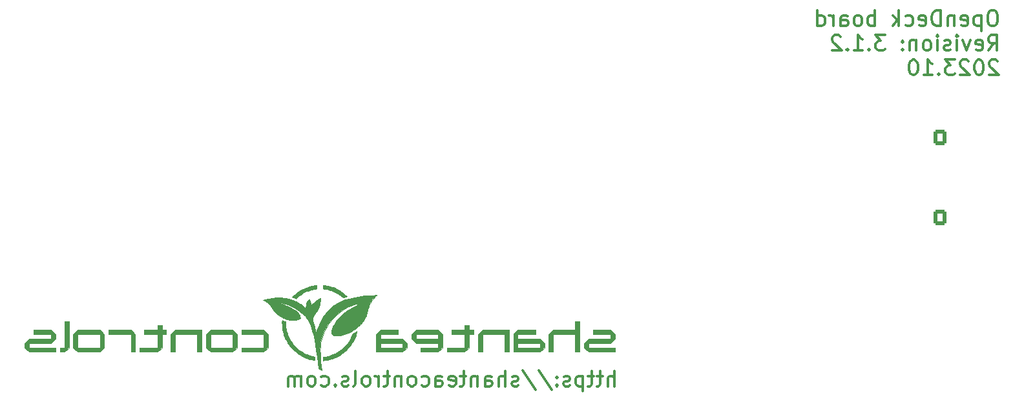
<source format=gbo>
G04 #@! TF.GenerationSoftware,KiCad,Pcbnew,7.0.8*
G04 #@! TF.CreationDate,2023-10-07T11:33:10+02:00*
G04 #@! TF.ProjectId,OpenDeck-r3.1.2,4f70656e-4465-4636-9b2d-72332e312e32,rev?*
G04 #@! TF.SameCoordinates,Original*
G04 #@! TF.FileFunction,Legend,Bot*
G04 #@! TF.FilePolarity,Positive*
%FSLAX46Y46*%
G04 Gerber Fmt 4.6, Leading zero omitted, Abs format (unit mm)*
G04 Created by KiCad (PCBNEW 7.0.8) date 2023-10-07 11:33:10*
%MOMM*%
%LPD*%
G01*
G04 APERTURE LIST*
G04 Aperture macros list*
%AMRoundRect*
0 Rectangle with rounded corners*
0 $1 Rounding radius*
0 $2 $3 $4 $5 $6 $7 $8 $9 X,Y pos of 4 corners*
0 Add a 4 corners polygon primitive as box body*
4,1,4,$2,$3,$4,$5,$6,$7,$8,$9,$2,$3,0*
0 Add four circle primitives for the rounded corners*
1,1,$1+$1,$2,$3*
1,1,$1+$1,$4,$5*
1,1,$1+$1,$6,$7*
1,1,$1+$1,$8,$9*
0 Add four rect primitives between the rounded corners*
20,1,$1+$1,$2,$3,$4,$5,0*
20,1,$1+$1,$4,$5,$6,$7,0*
20,1,$1+$1,$6,$7,$8,$9,0*
20,1,$1+$1,$8,$9,$2,$3,0*%
G04 Aperture macros list end*
%ADD10C,0.060000*%
%ADD11C,0.300000*%
%ADD12R,1.700000X1.700000*%
%ADD13O,1.700000X1.700000*%
%ADD14C,5.600000*%
%ADD15RoundRect,0.250000X0.600000X0.725000X-0.600000X0.725000X-0.600000X-0.725000X0.600000X-0.725000X0*%
%ADD16O,1.700000X1.950000*%
%ADD17C,2.300000*%
%ADD18C,0.600000*%
%ADD19O,0.950000X2.050000*%
%ADD20O,0.950000X1.750000*%
G04 APERTURE END LIST*
D10*
X146789896Y-88138000D02*
X147370176Y-88138000D01*
X147370176Y-88716986D01*
X146789896Y-88716986D01*
X146789896Y-90454165D01*
X146209693Y-91033151D01*
X143888651Y-91033151D01*
X143888651Y-90454165D01*
X146209693Y-90454165D01*
X146209693Y-88716986D01*
X144468930Y-88716986D01*
X144468930Y-88138000D01*
X146209693Y-88138000D01*
X146209693Y-87559015D01*
X146789896Y-87559015D01*
X146789896Y-88138000D01*
G36*
X146789896Y-88138000D02*
G01*
X147370176Y-88138000D01*
X147370176Y-88716986D01*
X146789896Y-88716986D01*
X146789896Y-90454165D01*
X146209693Y-91033151D01*
X143888651Y-91033151D01*
X143888651Y-90454165D01*
X146209693Y-90454165D01*
X146209693Y-88716986D01*
X144468930Y-88716986D01*
X144468930Y-88138000D01*
X146209693Y-88138000D01*
X146209693Y-87559015D01*
X146789896Y-87559015D01*
X146789896Y-88138000D01*
G37*
X122597862Y-86621721D02*
X122651400Y-86642310D01*
X122705512Y-86662185D01*
X122760149Y-86681353D01*
X122705509Y-86662195D01*
X122651396Y-86642338D01*
X122597860Y-86621752D01*
X122544951Y-86600412D01*
X122597862Y-86621721D01*
G36*
X122597862Y-86621721D02*
G01*
X122651400Y-86642310D01*
X122705512Y-86662185D01*
X122760149Y-86681353D01*
X122705509Y-86662195D01*
X122651396Y-86642338D01*
X122597860Y-86621752D01*
X122544951Y-86600412D01*
X122597862Y-86621721D01*
G37*
X161296114Y-91033150D02*
X160715835Y-91033150D01*
X160715835Y-88716985D01*
X157814667Y-88716985D01*
X157814667Y-91033150D01*
X157234388Y-91033150D01*
X157234388Y-88716985D01*
X157814667Y-88138000D01*
X160715835Y-88138000D01*
X160715835Y-86979955D01*
X161296114Y-86979955D01*
X161296114Y-91033150D01*
G36*
X161296114Y-91033150D02*
G01*
X160715835Y-91033150D01*
X160715835Y-88716985D01*
X157814667Y-88716985D01*
X157814667Y-91033150D01*
X157234388Y-91033150D01*
X157234388Y-88716985D01*
X157814667Y-88138000D01*
X160715835Y-88138000D01*
X160715835Y-86979955D01*
X161296114Y-86979955D01*
X161296114Y-91033150D01*
G37*
X111757310Y-91033151D02*
X111177030Y-91033151D01*
X111177030Y-88716986D01*
X108275861Y-88716986D01*
X108275861Y-91033151D01*
X107695582Y-91033151D01*
X107695582Y-88716986D01*
X108275861Y-88138000D01*
X111757310Y-88138000D01*
X111757310Y-91033151D01*
G36*
X111757310Y-91033151D02*
G01*
X111177030Y-91033151D01*
X111177030Y-88716986D01*
X108275861Y-88716986D01*
X108275861Y-91033151D01*
X107695582Y-91033151D01*
X107695582Y-88716986D01*
X108275861Y-88138000D01*
X111757310Y-88138000D01*
X111757310Y-91033151D01*
G37*
X143308449Y-90454165D02*
X142728169Y-91033151D01*
X142728169Y-91033150D01*
X140407280Y-91033150D01*
X140407280Y-90454165D01*
X142728169Y-90454165D01*
X142728169Y-89875030D01*
X139827000Y-89875030D01*
X139246721Y-89296045D01*
X139827000Y-89296045D01*
X142728169Y-89296045D01*
X142728169Y-88716986D01*
X139827000Y-88716986D01*
X139827000Y-89296045D01*
X139246721Y-89296045D01*
X139246721Y-88716986D01*
X139827000Y-88138000D01*
X142728169Y-88138000D01*
X143308449Y-88716986D01*
X143308449Y-89296045D01*
X143308449Y-90454165D01*
G36*
X143308449Y-90454165D02*
G01*
X142728169Y-91033151D01*
X142728169Y-91033150D01*
X140407280Y-91033150D01*
X140407280Y-90454165D01*
X142728169Y-90454165D01*
X142728169Y-89875030D01*
X139827000Y-89875030D01*
X139246721Y-89296045D01*
X139827000Y-89296045D01*
X142728169Y-89296045D01*
X142728169Y-88716986D01*
X139827000Y-88716986D01*
X139827000Y-89296045D01*
X139246721Y-89296045D01*
X139246721Y-88716986D01*
X139827000Y-88138000D01*
X142728169Y-88138000D01*
X143308449Y-88716986D01*
X143308449Y-89296045D01*
X143308449Y-90454165D01*
G37*
X120461036Y-88716986D02*
X120461036Y-90454165D01*
X119880756Y-91033151D01*
X116979514Y-91033151D01*
X116979514Y-90454165D01*
X119880756Y-90454165D01*
X119880756Y-88716986D01*
X116979514Y-88716986D01*
X116979514Y-88138000D01*
X119880756Y-88138000D01*
X120461036Y-88716986D01*
G36*
X120461036Y-88716986D02*
G01*
X120461036Y-90454165D01*
X119880756Y-91033151D01*
X116979514Y-91033151D01*
X116979514Y-90454165D01*
X119880756Y-90454165D01*
X119880756Y-88716986D01*
X116979514Y-88716986D01*
X116979514Y-88138000D01*
X119880756Y-88138000D01*
X120461036Y-88716986D01*
G37*
X156073831Y-91033151D02*
X152592382Y-91033151D01*
X152592382Y-90454165D01*
X153172662Y-90454165D01*
X156073831Y-90454165D01*
X156073831Y-89875031D01*
X153172662Y-89875031D01*
X153172662Y-90454165D01*
X152592382Y-90454165D01*
X152592382Y-88716986D01*
X153172662Y-88138001D01*
X155493627Y-88138001D01*
X155493627Y-88716986D01*
X153172662Y-88716986D01*
X153172662Y-89296046D01*
X156073831Y-89296046D01*
X156654184Y-89875031D01*
X156654184Y-90454165D01*
X156073831Y-91033151D01*
G36*
X156073831Y-91033151D02*
G01*
X152592382Y-91033151D01*
X152592382Y-90454165D01*
X153172662Y-90454165D01*
X156073831Y-90454165D01*
X156073831Y-89875031D01*
X153172662Y-89875031D01*
X153172662Y-90454165D01*
X152592382Y-90454165D01*
X152592382Y-88716986D01*
X153172662Y-88138001D01*
X155493627Y-88138001D01*
X155493627Y-88716986D01*
X153172662Y-88716986D01*
X153172662Y-89296046D01*
X156073831Y-89296046D01*
X156654184Y-89875031D01*
X156654184Y-90454165D01*
X156073831Y-91033151D01*
G37*
X130734312Y-84120840D02*
X130676827Y-84139378D01*
X130619806Y-84158238D01*
X130563269Y-84177469D01*
X130619796Y-84158217D01*
X130676800Y-84139322D01*
X130734281Y-84120777D01*
X130792237Y-84102575D01*
X130734312Y-84120840D01*
G36*
X130734312Y-84120840D02*
G01*
X130676827Y-84139378D01*
X130619806Y-84158238D01*
X130563269Y-84177469D01*
X130619796Y-84158217D01*
X130676800Y-84139322D01*
X130734281Y-84120777D01*
X130792237Y-84102575D01*
X130734312Y-84120840D01*
G37*
X122341644Y-86891012D02*
X122397450Y-86914700D01*
X122453888Y-86937710D01*
X122510925Y-86960009D01*
X122568530Y-86981562D01*
X122626672Y-87002336D01*
X122685318Y-87022295D01*
X122744439Y-87041407D01*
X122740975Y-87124729D01*
X122739700Y-87166498D01*
X122739331Y-87187444D01*
X122739198Y-87208442D01*
X122743960Y-87416440D01*
X122758110Y-87622028D01*
X122781437Y-87825002D01*
X122813735Y-88025153D01*
X122854796Y-88222274D01*
X122904410Y-88416158D01*
X122962371Y-88606599D01*
X123028469Y-88793388D01*
X123102497Y-88976319D01*
X123184247Y-89155185D01*
X123273510Y-89329778D01*
X123370079Y-89499892D01*
X123473745Y-89665319D01*
X123584300Y-89825852D01*
X123701537Y-89981284D01*
X123825246Y-90131408D01*
X123955220Y-90276016D01*
X124091251Y-90414902D01*
X124233130Y-90547858D01*
X124380650Y-90674678D01*
X124533602Y-90795154D01*
X124691778Y-90909079D01*
X124854971Y-91016245D01*
X125022971Y-91116447D01*
X125195572Y-91209476D01*
X125372564Y-91295125D01*
X125553739Y-91373188D01*
X125738891Y-91443457D01*
X125927809Y-91505725D01*
X126120287Y-91559785D01*
X126316117Y-91605430D01*
X126515089Y-91642452D01*
X126543876Y-91884305D01*
X126570982Y-92119887D01*
X126345486Y-92084025D01*
X126123450Y-92038160D01*
X125905116Y-91982534D01*
X125690727Y-91917387D01*
X125480526Y-91842962D01*
X125274755Y-91759500D01*
X125073657Y-91667242D01*
X124877473Y-91566429D01*
X124686448Y-91457304D01*
X124500823Y-91340108D01*
X124320840Y-91215081D01*
X124146744Y-91082467D01*
X123978775Y-90942505D01*
X123817177Y-90795438D01*
X123662191Y-90641507D01*
X123514062Y-90480953D01*
X123373031Y-90314018D01*
X123239341Y-90140943D01*
X123113234Y-89961970D01*
X122994953Y-89777340D01*
X122884741Y-89587295D01*
X122782840Y-89392076D01*
X122689492Y-89191925D01*
X122604941Y-88987083D01*
X122529428Y-88777791D01*
X122463197Y-88564291D01*
X122406490Y-88346824D01*
X122359549Y-88125632D01*
X122322617Y-87900957D01*
X122295937Y-87673039D01*
X122279751Y-87442120D01*
X122274302Y-87208442D01*
X122275092Y-87122470D01*
X122277427Y-87036834D01*
X122281248Y-86951562D01*
X122286501Y-86866681D01*
X122341644Y-86891012D01*
G36*
X122341644Y-86891012D02*
G01*
X122397450Y-86914700D01*
X122453888Y-86937710D01*
X122510925Y-86960009D01*
X122568530Y-86981562D01*
X122626672Y-87002336D01*
X122685318Y-87022295D01*
X122744439Y-87041407D01*
X122740975Y-87124729D01*
X122739700Y-87166498D01*
X122739331Y-87187444D01*
X122739198Y-87208442D01*
X122743960Y-87416440D01*
X122758110Y-87622028D01*
X122781437Y-87825002D01*
X122813735Y-88025153D01*
X122854796Y-88222274D01*
X122904410Y-88416158D01*
X122962371Y-88606599D01*
X123028469Y-88793388D01*
X123102497Y-88976319D01*
X123184247Y-89155185D01*
X123273510Y-89329778D01*
X123370079Y-89499892D01*
X123473745Y-89665319D01*
X123584300Y-89825852D01*
X123701537Y-89981284D01*
X123825246Y-90131408D01*
X123955220Y-90276016D01*
X124091251Y-90414902D01*
X124233130Y-90547858D01*
X124380650Y-90674678D01*
X124533602Y-90795154D01*
X124691778Y-90909079D01*
X124854971Y-91016245D01*
X125022971Y-91116447D01*
X125195572Y-91209476D01*
X125372564Y-91295125D01*
X125553739Y-91373188D01*
X125738891Y-91443457D01*
X125927809Y-91505725D01*
X126120287Y-91559785D01*
X126316117Y-91605430D01*
X126515089Y-91642452D01*
X126543876Y-91884305D01*
X126570982Y-92119887D01*
X126345486Y-92084025D01*
X126123450Y-92038160D01*
X125905116Y-91982534D01*
X125690727Y-91917387D01*
X125480526Y-91842962D01*
X125274755Y-91759500D01*
X125073657Y-91667242D01*
X124877473Y-91566429D01*
X124686448Y-91457304D01*
X124500823Y-91340108D01*
X124320840Y-91215081D01*
X124146744Y-91082467D01*
X123978775Y-90942505D01*
X123817177Y-90795438D01*
X123662191Y-90641507D01*
X123514062Y-90480953D01*
X123373031Y-90314018D01*
X123239341Y-90140943D01*
X123113234Y-89961970D01*
X122994953Y-89777340D01*
X122884741Y-89587295D01*
X122782840Y-89392076D01*
X122689492Y-89191925D01*
X122604941Y-88987083D01*
X122529428Y-88777791D01*
X122463197Y-88564291D01*
X122406490Y-88346824D01*
X122359549Y-88125632D01*
X122322617Y-87900957D01*
X122295937Y-87673039D01*
X122279751Y-87442120D01*
X122274302Y-87208442D01*
X122275092Y-87122470D01*
X122277427Y-87036834D01*
X122281248Y-86951562D01*
X122286501Y-86866681D01*
X122341644Y-86891012D01*
G37*
X122540498Y-86598572D02*
X122542717Y-86599502D01*
X122544950Y-86600411D01*
X122542714Y-86599502D01*
X122540494Y-86598572D01*
X122536043Y-86596678D01*
X122540498Y-86598572D01*
G36*
X122540498Y-86598572D02*
G01*
X122542717Y-86599502D01*
X122544950Y-86600411D01*
X122542714Y-86599502D01*
X122540494Y-86598572D01*
X122536043Y-86596678D01*
X122540498Y-86598572D01*
G37*
X138086240Y-91033151D02*
X134604718Y-91033151D01*
X134604718Y-90454165D01*
X135184995Y-90454165D01*
X138086240Y-90454165D01*
X138086240Y-89875031D01*
X135184995Y-89875031D01*
X135184995Y-90454165D01*
X134604718Y-90454165D01*
X134604718Y-88716986D01*
X135184995Y-88138001D01*
X137505962Y-88138001D01*
X137505962Y-88716986D01*
X135184995Y-88716986D01*
X135184995Y-89296046D01*
X138086240Y-89296046D01*
X138666444Y-89875031D01*
X138666444Y-90454165D01*
X138086240Y-91033151D01*
G36*
X138086240Y-91033151D02*
G01*
X134604718Y-91033151D01*
X134604718Y-90454165D01*
X135184995Y-90454165D01*
X138086240Y-90454165D01*
X138086240Y-89875031D01*
X135184995Y-89875031D01*
X135184995Y-90454165D01*
X134604718Y-90454165D01*
X134604718Y-88716986D01*
X135184995Y-88138001D01*
X137505962Y-88138001D01*
X137505962Y-88716986D01*
X135184995Y-88716986D01*
X135184995Y-89296046D01*
X138086240Y-89296046D01*
X138666444Y-89875031D01*
X138666444Y-90454165D01*
X138086240Y-91033151D01*
G37*
X127889972Y-82292772D02*
X128113917Y-82327281D01*
X128334454Y-82371688D01*
X128551352Y-82425753D01*
X128764379Y-82489235D01*
X128973303Y-82561894D01*
X129177894Y-82643491D01*
X129377918Y-82733785D01*
X129573145Y-82832537D01*
X129763343Y-82939505D01*
X129948281Y-83054451D01*
X130127727Y-83177133D01*
X130301448Y-83307312D01*
X130469215Y-83444748D01*
X130630794Y-83589201D01*
X130785955Y-83740430D01*
X130658438Y-83779416D01*
X130533537Y-83820027D01*
X130411007Y-83862150D01*
X130290604Y-83905673D01*
X130155876Y-83786528D01*
X130016460Y-83672730D01*
X129872518Y-83564445D01*
X129724211Y-83461840D01*
X129571701Y-83365080D01*
X129415149Y-83274332D01*
X129254717Y-83189762D01*
X129090566Y-83111537D01*
X128922857Y-83039823D01*
X128751753Y-82974787D01*
X128577414Y-82916594D01*
X128400001Y-82865412D01*
X128219678Y-82821406D01*
X128036604Y-82784744D01*
X127850941Y-82755590D01*
X127662851Y-82734112D01*
X127662851Y-82268400D01*
X127889972Y-82292772D01*
G36*
X127889972Y-82292772D02*
G01*
X128113917Y-82327281D01*
X128334454Y-82371688D01*
X128551352Y-82425753D01*
X128764379Y-82489235D01*
X128973303Y-82561894D01*
X129177894Y-82643491D01*
X129377918Y-82733785D01*
X129573145Y-82832537D01*
X129763343Y-82939505D01*
X129948281Y-83054451D01*
X130127727Y-83177133D01*
X130301448Y-83307312D01*
X130469215Y-83444748D01*
X130630794Y-83589201D01*
X130785955Y-83740430D01*
X130658438Y-83779416D01*
X130533537Y-83820027D01*
X130411007Y-83862150D01*
X130290604Y-83905673D01*
X130155876Y-83786528D01*
X130016460Y-83672730D01*
X129872518Y-83564445D01*
X129724211Y-83461840D01*
X129571701Y-83365080D01*
X129415149Y-83274332D01*
X129254717Y-83189762D01*
X129090566Y-83111537D01*
X128922857Y-83039823D01*
X128751753Y-82974787D01*
X128577414Y-82916594D01*
X128400001Y-82865412D01*
X128219678Y-82821406D01*
X128036604Y-82784744D01*
X127850941Y-82755590D01*
X127662851Y-82734112D01*
X127662851Y-82268400D01*
X127889972Y-82292772D01*
G37*
X115819033Y-91033151D02*
X112917786Y-91033151D01*
X112337580Y-90454165D01*
X112917786Y-90454165D01*
X115819033Y-90454165D01*
X115819033Y-88716986D01*
X112917786Y-88716986D01*
X112917786Y-90454165D01*
X112337580Y-90454165D01*
X112337580Y-88716986D01*
X112917786Y-88138000D01*
X115819033Y-88138000D01*
X116399313Y-88716986D01*
X116399313Y-90454165D01*
X115819033Y-91033151D01*
G36*
X115819033Y-91033151D02*
G01*
X112917786Y-91033151D01*
X112337580Y-90454165D01*
X112917786Y-90454165D01*
X115819033Y-90454165D01*
X115819033Y-88716986D01*
X112917786Y-88716986D01*
X112917786Y-90454165D01*
X112337580Y-90454165D01*
X112337580Y-88716986D01*
X112917786Y-88138000D01*
X115819033Y-88138000D01*
X116399313Y-88716986D01*
X116399313Y-90454165D01*
X115819033Y-91033151D01*
G37*
X165938044Y-88716986D02*
X165938044Y-89296046D01*
X165357840Y-89875031D01*
X162456597Y-89875031D01*
X162456597Y-90454165D01*
X165938044Y-90454165D01*
X165938044Y-91033151D01*
X162456597Y-91033151D01*
X161876318Y-90454165D01*
X161876318Y-89875031D01*
X162456597Y-89296046D01*
X165357840Y-89296046D01*
X165357840Y-88716986D01*
X163036800Y-88716986D01*
X163036800Y-88138001D01*
X165357840Y-88138001D01*
X165938044Y-88716986D01*
G36*
X165938044Y-88716986D02*
G01*
X165938044Y-89296046D01*
X165357840Y-89875031D01*
X162456597Y-89875031D01*
X162456597Y-90454165D01*
X165938044Y-90454165D01*
X165938044Y-91033151D01*
X162456597Y-91033151D01*
X161876318Y-90454165D01*
X161876318Y-89875031D01*
X162456597Y-89296046D01*
X165357840Y-89296046D01*
X165357840Y-88716986D01*
X163036800Y-88716986D01*
X163036800Y-88138001D01*
X165357840Y-88138001D01*
X165938044Y-88716986D01*
G37*
X132047735Y-88463512D02*
X131993381Y-88654718D01*
X131931624Y-88842720D01*
X131862633Y-89027348D01*
X131786575Y-89208435D01*
X131703619Y-89385812D01*
X131613935Y-89559312D01*
X131517691Y-89728766D01*
X131415055Y-89894007D01*
X131306197Y-90054865D01*
X131191285Y-90211174D01*
X131070488Y-90362764D01*
X130943975Y-90509468D01*
X130811913Y-90651117D01*
X130674473Y-90787544D01*
X130531823Y-90918580D01*
X130384131Y-91044057D01*
X130231566Y-91163807D01*
X130074297Y-91277663D01*
X129912492Y-91385455D01*
X129746321Y-91487015D01*
X129575952Y-91582176D01*
X129401553Y-91670770D01*
X129223294Y-91752627D01*
X129041344Y-91827581D01*
X128855870Y-91895463D01*
X128667041Y-91956105D01*
X128475027Y-92009338D01*
X128279996Y-92054995D01*
X128082117Y-92092907D01*
X127881558Y-92122907D01*
X127678488Y-92144826D01*
X127668581Y-92027137D01*
X127659500Y-91911177D01*
X127651234Y-91796603D01*
X127643769Y-91683072D01*
X127978456Y-91640771D01*
X128305088Y-91574412D01*
X128622734Y-91484927D01*
X128930459Y-91373248D01*
X129227329Y-91240310D01*
X129512411Y-91087043D01*
X129784773Y-90914380D01*
X130043479Y-90723255D01*
X130287596Y-90514599D01*
X130516192Y-90289346D01*
X130728332Y-90048427D01*
X130923083Y-89792776D01*
X131099511Y-89523324D01*
X131256683Y-89241005D01*
X131393665Y-88946751D01*
X131509524Y-88641495D01*
X131585235Y-88598822D01*
X131660265Y-88554952D01*
X131734585Y-88509932D01*
X131808165Y-88463810D01*
X131880978Y-88416635D01*
X131952993Y-88368454D01*
X132024182Y-88319316D01*
X132094516Y-88269269D01*
X132047735Y-88463512D01*
G36*
X132047735Y-88463512D02*
G01*
X131993381Y-88654718D01*
X131931624Y-88842720D01*
X131862633Y-89027348D01*
X131786575Y-89208435D01*
X131703619Y-89385812D01*
X131613935Y-89559312D01*
X131517691Y-89728766D01*
X131415055Y-89894007D01*
X131306197Y-90054865D01*
X131191285Y-90211174D01*
X131070488Y-90362764D01*
X130943975Y-90509468D01*
X130811913Y-90651117D01*
X130674473Y-90787544D01*
X130531823Y-90918580D01*
X130384131Y-91044057D01*
X130231566Y-91163807D01*
X130074297Y-91277663D01*
X129912492Y-91385455D01*
X129746321Y-91487015D01*
X129575952Y-91582176D01*
X129401553Y-91670770D01*
X129223294Y-91752627D01*
X129041344Y-91827581D01*
X128855870Y-91895463D01*
X128667041Y-91956105D01*
X128475027Y-92009338D01*
X128279996Y-92054995D01*
X128082117Y-92092907D01*
X127881558Y-92122907D01*
X127678488Y-92144826D01*
X127668581Y-92027137D01*
X127659500Y-91911177D01*
X127651234Y-91796603D01*
X127643769Y-91683072D01*
X127978456Y-91640771D01*
X128305088Y-91574412D01*
X128622734Y-91484927D01*
X128930459Y-91373248D01*
X129227329Y-91240310D01*
X129512411Y-91087043D01*
X129784773Y-90914380D01*
X130043479Y-90723255D01*
X130287596Y-90514599D01*
X130516192Y-90289346D01*
X130728332Y-90048427D01*
X130923083Y-89792776D01*
X131099511Y-89523324D01*
X131256683Y-89241005D01*
X131393665Y-88946751D01*
X131509524Y-88641495D01*
X131585235Y-88598822D01*
X131660265Y-88554952D01*
X131734585Y-88509932D01*
X131808165Y-88463810D01*
X131880978Y-88416635D01*
X131952993Y-88368454D01*
X132024182Y-88319316D01*
X132094516Y-88269269D01*
X132047735Y-88463512D01*
G37*
X123930263Y-84325651D02*
X124031112Y-84372422D01*
X124131344Y-84421650D01*
X124231012Y-84473343D01*
X124330168Y-84527506D01*
X124428865Y-84584146D01*
X124527156Y-84643267D01*
X124625093Y-84704876D01*
X124722730Y-84768979D01*
X124820119Y-84835582D01*
X124917312Y-84904691D01*
X125014363Y-84976311D01*
X125208249Y-85127109D01*
X125402197Y-85288025D01*
X125427758Y-84909931D01*
X125434972Y-84828326D01*
X125444227Y-84751027D01*
X125456381Y-84677605D01*
X125472289Y-84607629D01*
X125492808Y-84540670D01*
X125518794Y-84476296D01*
X125534104Y-84444945D01*
X125551102Y-84414079D01*
X125569896Y-84383644D01*
X125590591Y-84353587D01*
X125613294Y-84323854D01*
X125638114Y-84294390D01*
X125665157Y-84265144D01*
X125694530Y-84236059D01*
X125726340Y-84207084D01*
X125760693Y-84178163D01*
X125837461Y-84120272D01*
X126097182Y-84970755D01*
X126211958Y-84826889D01*
X126336556Y-84678352D01*
X126402609Y-84603736D01*
X126471203Y-84529637D01*
X126542365Y-84456617D01*
X126616124Y-84385236D01*
X126692508Y-84316057D01*
X126771547Y-84249641D01*
X126853267Y-84186550D01*
X126937697Y-84127345D01*
X127024866Y-84072587D01*
X127114802Y-84022840D01*
X127207533Y-83978663D01*
X127254956Y-83958839D01*
X127303088Y-83940618D01*
X127297415Y-84142033D01*
X127284553Y-84329396D01*
X127265077Y-84503482D01*
X127239561Y-84665061D01*
X127208580Y-84814909D01*
X127172708Y-84953797D01*
X127132520Y-85082498D01*
X127088590Y-85201786D01*
X127041493Y-85312434D01*
X126991803Y-85415214D01*
X126886944Y-85600263D01*
X126778609Y-85763118D01*
X126671394Y-85909963D01*
X126569896Y-86046981D01*
X126478710Y-86180357D01*
X126402432Y-86316273D01*
X126371321Y-86387117D01*
X126345660Y-86460915D01*
X126326025Y-86538440D01*
X126312989Y-86620465D01*
X126307128Y-86707763D01*
X126309015Y-86801108D01*
X126319227Y-86901272D01*
X126338336Y-87009027D01*
X126366917Y-87125148D01*
X126405546Y-87250407D01*
X126452734Y-87400411D01*
X126494174Y-87550822D01*
X126531370Y-87702078D01*
X126565826Y-87854612D01*
X126632539Y-88165262D01*
X126667806Y-88324249D01*
X126706351Y-88486258D01*
X126860054Y-88062583D01*
X127021628Y-87662050D01*
X127191882Y-87284111D01*
X127371626Y-86928218D01*
X127561668Y-86593821D01*
X127762819Y-86280374D01*
X127975887Y-85987328D01*
X128201681Y-85714134D01*
X128441010Y-85460244D01*
X128694684Y-85225110D01*
X128963512Y-85008183D01*
X129248302Y-84808915D01*
X129549864Y-84626758D01*
X129869007Y-84461164D01*
X130206541Y-84311583D01*
X130563274Y-84177469D01*
X130619811Y-84158238D01*
X130676832Y-84139378D01*
X130734316Y-84120840D01*
X130792242Y-84102575D01*
X130816412Y-84095183D01*
X130873577Y-84077832D01*
X130931169Y-84060761D01*
X130989223Y-84044025D01*
X131047775Y-84027682D01*
X131428393Y-83931951D01*
X131828427Y-83848421D01*
X132248590Y-83776654D01*
X132689597Y-83716209D01*
X133152161Y-83666645D01*
X133636995Y-83627524D01*
X134144815Y-83598404D01*
X134676333Y-83578845D01*
X134674695Y-83581645D01*
X134672985Y-83584324D01*
X134671207Y-83586895D01*
X134669369Y-83589369D01*
X134665532Y-83594074D01*
X134661520Y-83598534D01*
X134644653Y-83615779D01*
X134640462Y-83620410D01*
X134636376Y-83625355D01*
X134634385Y-83627976D01*
X134632438Y-83630710D01*
X134630541Y-83633569D01*
X134628697Y-83636566D01*
X134626915Y-83639711D01*
X134625199Y-83643018D01*
X134623555Y-83646496D01*
X134621989Y-83650158D01*
X134620507Y-83654016D01*
X134619115Y-83658081D01*
X134617818Y-83662366D01*
X134616622Y-83666880D01*
X134108175Y-84251391D01*
X134038610Y-84342610D01*
X133974713Y-84431613D01*
X133862637Y-84603482D01*
X133769368Y-84768016D01*
X133692329Y-84926235D01*
X133628941Y-85079154D01*
X133576627Y-85227793D01*
X133532808Y-85373168D01*
X133494908Y-85516298D01*
X133426549Y-85799892D01*
X133390935Y-85942393D01*
X133350927Y-86086718D01*
X133303947Y-86233888D01*
X133247418Y-86384918D01*
X133178762Y-86540827D01*
X133095400Y-86702633D01*
X133055529Y-86772030D01*
X133013013Y-86841296D01*
X132967922Y-86910377D01*
X132920325Y-86979217D01*
X132870290Y-87047758D01*
X132817886Y-87115945D01*
X132763182Y-87183722D01*
X132706246Y-87251032D01*
X132647149Y-87317821D01*
X132585958Y-87384030D01*
X132522742Y-87449606D01*
X132457570Y-87514490D01*
X132390511Y-87578628D01*
X132321634Y-87641962D01*
X132251008Y-87704438D01*
X132178701Y-87765998D01*
X132115629Y-87817809D01*
X132051416Y-87868838D01*
X131986099Y-87919059D01*
X131919717Y-87968445D01*
X131852308Y-88016970D01*
X131783908Y-88064607D01*
X131714557Y-88111331D01*
X131644292Y-88157115D01*
X131483723Y-88256150D01*
X131319331Y-88349796D01*
X131151560Y-88437626D01*
X130980853Y-88519215D01*
X130894536Y-88557535D01*
X130807651Y-88594135D01*
X130720254Y-88628962D01*
X130632399Y-88661963D01*
X130544142Y-88693083D01*
X130455538Y-88722270D01*
X130366643Y-88749470D01*
X130277512Y-88774631D01*
X130144416Y-88809031D01*
X130018492Y-88838403D01*
X129899583Y-88862881D01*
X129787532Y-88882602D01*
X129682179Y-88897703D01*
X129583368Y-88908321D01*
X129490940Y-88914591D01*
X129404738Y-88916651D01*
X129287977Y-88912231D01*
X129184117Y-88899265D01*
X129092656Y-88878196D01*
X129013092Y-88849469D01*
X128944923Y-88813526D01*
X128887646Y-88770810D01*
X128840758Y-88721766D01*
X128803757Y-88666835D01*
X128776142Y-88606461D01*
X128757409Y-88541088D01*
X128747056Y-88471158D01*
X128744582Y-88397116D01*
X128749482Y-88319403D01*
X128761256Y-88238464D01*
X128779401Y-88154742D01*
X128803413Y-88068679D01*
X128832792Y-87980720D01*
X128867035Y-87891307D01*
X128905639Y-87800884D01*
X128948102Y-87709893D01*
X129042595Y-87527984D01*
X129146495Y-87349126D01*
X129255784Y-87176863D01*
X129366442Y-87014744D01*
X129474450Y-86866312D01*
X129575790Y-86735115D01*
X129753669Y-86524080D01*
X129936001Y-86330360D01*
X130121790Y-86152601D01*
X130310036Y-85989448D01*
X130499742Y-85839545D01*
X130689909Y-85701539D01*
X130879539Y-85574074D01*
X131067634Y-85455797D01*
X131435226Y-85241385D01*
X131784699Y-85047465D01*
X132108067Y-84863200D01*
X132257466Y-84771302D01*
X132397345Y-84677753D01*
X132172378Y-84711393D01*
X131946165Y-84758785D01*
X131719246Y-84819547D01*
X131492162Y-84893293D01*
X131265455Y-84979640D01*
X131039666Y-85078205D01*
X130815334Y-85188604D01*
X130593003Y-85310454D01*
X130373211Y-85443369D01*
X130156501Y-85586968D01*
X129943414Y-85740866D01*
X129734490Y-85904679D01*
X129530270Y-86078023D01*
X129331295Y-86260516D01*
X129138107Y-86451773D01*
X128951246Y-86651411D01*
X128771253Y-86859045D01*
X128598670Y-87074293D01*
X128434037Y-87296770D01*
X128277895Y-87526093D01*
X128130786Y-87761878D01*
X127993250Y-88003742D01*
X127865827Y-88251300D01*
X127749061Y-88504169D01*
X127643490Y-88761966D01*
X127549656Y-89024306D01*
X127468101Y-89290806D01*
X127399365Y-89561082D01*
X127343989Y-89834751D01*
X127302514Y-90111428D01*
X127275481Y-90390731D01*
X127263432Y-90672275D01*
X127268164Y-90876137D01*
X127284654Y-91190359D01*
X127341401Y-92011813D01*
X127353822Y-92164017D01*
X127410662Y-92860498D01*
X127469430Y-93460275D01*
X127035213Y-93158537D01*
X126873196Y-91701292D01*
X127290215Y-91701292D01*
X127301823Y-91929892D01*
X127315731Y-92164540D01*
X127330096Y-92164017D01*
X127320103Y-92045428D01*
X127310987Y-91928996D01*
X127302726Y-91814355D01*
X127295301Y-91701142D01*
X127290215Y-91701292D01*
X126873196Y-91701292D01*
X126870384Y-91676000D01*
X126760200Y-90824093D01*
X126624707Y-89946508D01*
X126458808Y-89079305D01*
X126362863Y-88660865D01*
X126257405Y-88258542D01*
X126141796Y-87876845D01*
X126015401Y-87520281D01*
X125877580Y-87193358D01*
X125727699Y-86900582D01*
X125678711Y-86819524D01*
X125622469Y-86735620D01*
X125489317Y-86560609D01*
X125330437Y-86378225D01*
X125148024Y-86191145D01*
X124944276Y-86002042D01*
X124721387Y-85813595D01*
X124481552Y-85628477D01*
X124226968Y-85449366D01*
X123959829Y-85278937D01*
X123682333Y-85119866D01*
X123396673Y-84974829D01*
X123251468Y-84908409D01*
X123105046Y-84846501D01*
X122957681Y-84789439D01*
X122809647Y-84737558D01*
X122661219Y-84691193D01*
X122512672Y-84650677D01*
X122364280Y-84616346D01*
X122216317Y-84588533D01*
X122069057Y-84567574D01*
X121922776Y-84553802D01*
X123473113Y-85254059D01*
X123711571Y-85386701D01*
X123937645Y-85530148D01*
X124144640Y-85684636D01*
X124238891Y-85766092D01*
X124325863Y-85850397D01*
X124404719Y-85937579D01*
X124474622Y-86027668D01*
X124534736Y-86120692D01*
X124584223Y-86216681D01*
X124622247Y-86315665D01*
X124647972Y-86417673D01*
X124660561Y-86522733D01*
X124659177Y-86630876D01*
X124604693Y-86659660D01*
X124549546Y-86686286D01*
X124493776Y-86710795D01*
X124437420Y-86733229D01*
X124380516Y-86753630D01*
X124323103Y-86772038D01*
X124265218Y-86788496D01*
X124206900Y-86803045D01*
X124148186Y-86815727D01*
X124089115Y-86826583D01*
X124029725Y-86835655D01*
X123970053Y-86842984D01*
X123910138Y-86848612D01*
X123850017Y-86852581D01*
X123789730Y-86854931D01*
X123729313Y-86855706D01*
X123667686Y-86854909D01*
X123606016Y-86852550D01*
X123544343Y-86848676D01*
X123482705Y-86843331D01*
X123421142Y-86836563D01*
X123359694Y-86828418D01*
X123237298Y-86808179D01*
X123115831Y-86782983D01*
X122995609Y-86753201D01*
X122876947Y-86719201D01*
X122760159Y-86681353D01*
X122705518Y-86662185D01*
X122651405Y-86642310D01*
X122597869Y-86621721D01*
X122544959Y-86600412D01*
X122542726Y-86599503D01*
X122540507Y-86598573D01*
X122536051Y-86596678D01*
X122483281Y-86574309D01*
X122431183Y-86551345D01*
X122379815Y-86527806D01*
X122329234Y-86503715D01*
X122233083Y-86455334D01*
X122140220Y-86405358D01*
X122050918Y-86354068D01*
X121965447Y-86301744D01*
X121884080Y-86248668D01*
X121807089Y-86195120D01*
X121734746Y-86141381D01*
X121667321Y-86087733D01*
X121585382Y-86018733D01*
X121512899Y-85954647D01*
X121448707Y-85894504D01*
X121391640Y-85837332D01*
X121340533Y-85782159D01*
X121294219Y-85728014D01*
X121251533Y-85673926D01*
X121211308Y-85618922D01*
X121172380Y-85562032D01*
X121133582Y-85502284D01*
X121051713Y-85370327D01*
X120956375Y-85215280D01*
X120900741Y-85126669D01*
X120838242Y-85029371D01*
X120804598Y-84978956D01*
X120771591Y-84932014D01*
X120739165Y-84888351D01*
X120707268Y-84847773D01*
X120675845Y-84810088D01*
X120644842Y-84775101D01*
X120614206Y-84742619D01*
X120583881Y-84712450D01*
X120553813Y-84684399D01*
X120523950Y-84658274D01*
X120464618Y-84611027D01*
X120405451Y-84569162D01*
X120346018Y-84531131D01*
X120096958Y-84386423D01*
X120029698Y-84344366D01*
X119959575Y-84296864D01*
X119886155Y-84242369D01*
X119809007Y-84179336D01*
X120095404Y-84114761D01*
X120373324Y-84058754D01*
X120643130Y-84011326D01*
X120905183Y-83972493D01*
X121159846Y-83942266D01*
X121407481Y-83920660D01*
X121648450Y-83907686D01*
X121883115Y-83903359D01*
X122081540Y-83906650D01*
X122275715Y-83916516D01*
X122465883Y-83932942D01*
X122652284Y-83955917D01*
X122835161Y-83985426D01*
X123014753Y-84021456D01*
X123191303Y-84063995D01*
X123365052Y-84113030D01*
X123423964Y-84131345D01*
X123482588Y-84150447D01*
X123540931Y-84170331D01*
X123599001Y-84190993D01*
X123656808Y-84212429D01*
X123714362Y-84234634D01*
X123771672Y-84257603D01*
X123828748Y-84281334D01*
X123828747Y-84281335D01*
X123828744Y-84281334D01*
X123827994Y-84282080D01*
X123770920Y-84258407D01*
X123713602Y-84235491D01*
X123656035Y-84213337D01*
X123598210Y-84191946D01*
X123540118Y-84171322D01*
X123481751Y-84151467D01*
X123423100Y-84132384D01*
X123364155Y-84114075D01*
X123364266Y-84113960D01*
X123364378Y-84113839D01*
X123364490Y-84113712D01*
X123364602Y-84113581D01*
X123364826Y-84113309D01*
X123365052Y-84113030D01*
X123365047Y-84113029D01*
X123364822Y-84113308D01*
X123364709Y-84113445D01*
X123364597Y-84113580D01*
X123364485Y-84113711D01*
X123364373Y-84113838D01*
X123364262Y-84113959D01*
X123364150Y-84114074D01*
X123423094Y-84132383D01*
X123481744Y-84151466D01*
X123540111Y-84171321D01*
X123598202Y-84191945D01*
X123656027Y-84213336D01*
X123713595Y-84235490D01*
X123770914Y-84258406D01*
X123827993Y-84282080D01*
X123827998Y-84282081D01*
X123827996Y-84282080D01*
X123827998Y-84282080D01*
X123828747Y-84281335D01*
X123830456Y-84282081D01*
X123930263Y-84325651D01*
G36*
X123930263Y-84325651D02*
G01*
X124031112Y-84372422D01*
X124131344Y-84421650D01*
X124231012Y-84473343D01*
X124330168Y-84527506D01*
X124428865Y-84584146D01*
X124527156Y-84643267D01*
X124625093Y-84704876D01*
X124722730Y-84768979D01*
X124820119Y-84835582D01*
X124917312Y-84904691D01*
X125014363Y-84976311D01*
X125208249Y-85127109D01*
X125402197Y-85288025D01*
X125427758Y-84909931D01*
X125434972Y-84828326D01*
X125444227Y-84751027D01*
X125456381Y-84677605D01*
X125472289Y-84607629D01*
X125492808Y-84540670D01*
X125518794Y-84476296D01*
X125534104Y-84444945D01*
X125551102Y-84414079D01*
X125569896Y-84383644D01*
X125590591Y-84353587D01*
X125613294Y-84323854D01*
X125638114Y-84294390D01*
X125665157Y-84265144D01*
X125694530Y-84236059D01*
X125726340Y-84207084D01*
X125760693Y-84178163D01*
X125837461Y-84120272D01*
X126097182Y-84970755D01*
X126211958Y-84826889D01*
X126336556Y-84678352D01*
X126402609Y-84603736D01*
X126471203Y-84529637D01*
X126542365Y-84456617D01*
X126616124Y-84385236D01*
X126692508Y-84316057D01*
X126771547Y-84249641D01*
X126853267Y-84186550D01*
X126937697Y-84127345D01*
X127024866Y-84072587D01*
X127114802Y-84022840D01*
X127207533Y-83978663D01*
X127254956Y-83958839D01*
X127303088Y-83940618D01*
X127297415Y-84142033D01*
X127284553Y-84329396D01*
X127265077Y-84503482D01*
X127239561Y-84665061D01*
X127208580Y-84814909D01*
X127172708Y-84953797D01*
X127132520Y-85082498D01*
X127088590Y-85201786D01*
X127041493Y-85312434D01*
X126991803Y-85415214D01*
X126886944Y-85600263D01*
X126778609Y-85763118D01*
X126671394Y-85909963D01*
X126569896Y-86046981D01*
X126478710Y-86180357D01*
X126402432Y-86316273D01*
X126371321Y-86387117D01*
X126345660Y-86460915D01*
X126326025Y-86538440D01*
X126312989Y-86620465D01*
X126307128Y-86707763D01*
X126309015Y-86801108D01*
X126319227Y-86901272D01*
X126338336Y-87009027D01*
X126366917Y-87125148D01*
X126405546Y-87250407D01*
X126452734Y-87400411D01*
X126494174Y-87550822D01*
X126531370Y-87702078D01*
X126565826Y-87854612D01*
X126632539Y-88165262D01*
X126667806Y-88324249D01*
X126706351Y-88486258D01*
X126860054Y-88062583D01*
X127021628Y-87662050D01*
X127191882Y-87284111D01*
X127371626Y-86928218D01*
X127561668Y-86593821D01*
X127762819Y-86280374D01*
X127975887Y-85987328D01*
X128201681Y-85714134D01*
X128441010Y-85460244D01*
X128694684Y-85225110D01*
X128963512Y-85008183D01*
X129248302Y-84808915D01*
X129549864Y-84626758D01*
X129869007Y-84461164D01*
X130206541Y-84311583D01*
X130563274Y-84177469D01*
X130619811Y-84158238D01*
X130676832Y-84139378D01*
X130734316Y-84120840D01*
X130792242Y-84102575D01*
X130816412Y-84095183D01*
X130873577Y-84077832D01*
X130931169Y-84060761D01*
X130989223Y-84044025D01*
X131047775Y-84027682D01*
X131428393Y-83931951D01*
X131828427Y-83848421D01*
X132248590Y-83776654D01*
X132689597Y-83716209D01*
X133152161Y-83666645D01*
X133636995Y-83627524D01*
X134144815Y-83598404D01*
X134676333Y-83578845D01*
X134674695Y-83581645D01*
X134672985Y-83584324D01*
X134671207Y-83586895D01*
X134669369Y-83589369D01*
X134665532Y-83594074D01*
X134661520Y-83598534D01*
X134644653Y-83615779D01*
X134640462Y-83620410D01*
X134636376Y-83625355D01*
X134634385Y-83627976D01*
X134632438Y-83630710D01*
X134630541Y-83633569D01*
X134628697Y-83636566D01*
X134626915Y-83639711D01*
X134625199Y-83643018D01*
X134623555Y-83646496D01*
X134621989Y-83650158D01*
X134620507Y-83654016D01*
X134619115Y-83658081D01*
X134617818Y-83662366D01*
X134616622Y-83666880D01*
X134108175Y-84251391D01*
X134038610Y-84342610D01*
X133974713Y-84431613D01*
X133862637Y-84603482D01*
X133769368Y-84768016D01*
X133692329Y-84926235D01*
X133628941Y-85079154D01*
X133576627Y-85227793D01*
X133532808Y-85373168D01*
X133494908Y-85516298D01*
X133426549Y-85799892D01*
X133390935Y-85942393D01*
X133350927Y-86086718D01*
X133303947Y-86233888D01*
X133247418Y-86384918D01*
X133178762Y-86540827D01*
X133095400Y-86702633D01*
X133055529Y-86772030D01*
X133013013Y-86841296D01*
X132967922Y-86910377D01*
X132920325Y-86979217D01*
X132870290Y-87047758D01*
X132817886Y-87115945D01*
X132763182Y-87183722D01*
X132706246Y-87251032D01*
X132647149Y-87317821D01*
X132585958Y-87384030D01*
X132522742Y-87449606D01*
X132457570Y-87514490D01*
X132390511Y-87578628D01*
X132321634Y-87641962D01*
X132251008Y-87704438D01*
X132178701Y-87765998D01*
X132115629Y-87817809D01*
X132051416Y-87868838D01*
X131986099Y-87919059D01*
X131919717Y-87968445D01*
X131852308Y-88016970D01*
X131783908Y-88064607D01*
X131714557Y-88111331D01*
X131644292Y-88157115D01*
X131483723Y-88256150D01*
X131319331Y-88349796D01*
X131151560Y-88437626D01*
X130980853Y-88519215D01*
X130894536Y-88557535D01*
X130807651Y-88594135D01*
X130720254Y-88628962D01*
X130632399Y-88661963D01*
X130544142Y-88693083D01*
X130455538Y-88722270D01*
X130366643Y-88749470D01*
X130277512Y-88774631D01*
X130144416Y-88809031D01*
X130018492Y-88838403D01*
X129899583Y-88862881D01*
X129787532Y-88882602D01*
X129682179Y-88897703D01*
X129583368Y-88908321D01*
X129490940Y-88914591D01*
X129404738Y-88916651D01*
X129287977Y-88912231D01*
X129184117Y-88899265D01*
X129092656Y-88878196D01*
X129013092Y-88849469D01*
X128944923Y-88813526D01*
X128887646Y-88770810D01*
X128840758Y-88721766D01*
X128803757Y-88666835D01*
X128776142Y-88606461D01*
X128757409Y-88541088D01*
X128747056Y-88471158D01*
X128744582Y-88397116D01*
X128749482Y-88319403D01*
X128761256Y-88238464D01*
X128779401Y-88154742D01*
X128803413Y-88068679D01*
X128832792Y-87980720D01*
X128867035Y-87891307D01*
X128905639Y-87800884D01*
X128948102Y-87709893D01*
X129042595Y-87527984D01*
X129146495Y-87349126D01*
X129255784Y-87176863D01*
X129366442Y-87014744D01*
X129474450Y-86866312D01*
X129575790Y-86735115D01*
X129753669Y-86524080D01*
X129936001Y-86330360D01*
X130121790Y-86152601D01*
X130310036Y-85989448D01*
X130499742Y-85839545D01*
X130689909Y-85701539D01*
X130879539Y-85574074D01*
X131067634Y-85455797D01*
X131435226Y-85241385D01*
X131784699Y-85047465D01*
X132108067Y-84863200D01*
X132257466Y-84771302D01*
X132397345Y-84677753D01*
X132172378Y-84711393D01*
X131946165Y-84758785D01*
X131719246Y-84819547D01*
X131492162Y-84893293D01*
X131265455Y-84979640D01*
X131039666Y-85078205D01*
X130815334Y-85188604D01*
X130593003Y-85310454D01*
X130373211Y-85443369D01*
X130156501Y-85586968D01*
X129943414Y-85740866D01*
X129734490Y-85904679D01*
X129530270Y-86078023D01*
X129331295Y-86260516D01*
X129138107Y-86451773D01*
X128951246Y-86651411D01*
X128771253Y-86859045D01*
X128598670Y-87074293D01*
X128434037Y-87296770D01*
X128277895Y-87526093D01*
X128130786Y-87761878D01*
X127993250Y-88003742D01*
X127865827Y-88251300D01*
X127749061Y-88504169D01*
X127643490Y-88761966D01*
X127549656Y-89024306D01*
X127468101Y-89290806D01*
X127399365Y-89561082D01*
X127343989Y-89834751D01*
X127302514Y-90111428D01*
X127275481Y-90390731D01*
X127263432Y-90672275D01*
X127268164Y-90876137D01*
X127284654Y-91190359D01*
X127341401Y-92011813D01*
X127353822Y-92164017D01*
X127410662Y-92860498D01*
X127469430Y-93460275D01*
X127035213Y-93158537D01*
X126873196Y-91701292D01*
X127290215Y-91701292D01*
X127301823Y-91929892D01*
X127315731Y-92164540D01*
X127330096Y-92164017D01*
X127320103Y-92045428D01*
X127310987Y-91928996D01*
X127302726Y-91814355D01*
X127295301Y-91701142D01*
X127290215Y-91701292D01*
X126873196Y-91701292D01*
X126870384Y-91676000D01*
X126760200Y-90824093D01*
X126624707Y-89946508D01*
X126458808Y-89079305D01*
X126362863Y-88660865D01*
X126257405Y-88258542D01*
X126141796Y-87876845D01*
X126015401Y-87520281D01*
X125877580Y-87193358D01*
X125727699Y-86900582D01*
X125678711Y-86819524D01*
X125622469Y-86735620D01*
X125489317Y-86560609D01*
X125330437Y-86378225D01*
X125148024Y-86191145D01*
X124944276Y-86002042D01*
X124721387Y-85813595D01*
X124481552Y-85628477D01*
X124226968Y-85449366D01*
X123959829Y-85278937D01*
X123682333Y-85119866D01*
X123396673Y-84974829D01*
X123251468Y-84908409D01*
X123105046Y-84846501D01*
X122957681Y-84789439D01*
X122809647Y-84737558D01*
X122661219Y-84691193D01*
X122512672Y-84650677D01*
X122364280Y-84616346D01*
X122216317Y-84588533D01*
X122069057Y-84567574D01*
X121922776Y-84553802D01*
X123473113Y-85254059D01*
X123711571Y-85386701D01*
X123937645Y-85530148D01*
X124144640Y-85684636D01*
X124238891Y-85766092D01*
X124325863Y-85850397D01*
X124404719Y-85937579D01*
X124474622Y-86027668D01*
X124534736Y-86120692D01*
X124584223Y-86216681D01*
X124622247Y-86315665D01*
X124647972Y-86417673D01*
X124660561Y-86522733D01*
X124659177Y-86630876D01*
X124604693Y-86659660D01*
X124549546Y-86686286D01*
X124493776Y-86710795D01*
X124437420Y-86733229D01*
X124380516Y-86753630D01*
X124323103Y-86772038D01*
X124265218Y-86788496D01*
X124206900Y-86803045D01*
X124148186Y-86815727D01*
X124089115Y-86826583D01*
X124029725Y-86835655D01*
X123970053Y-86842984D01*
X123910138Y-86848612D01*
X123850017Y-86852581D01*
X123789730Y-86854931D01*
X123729313Y-86855706D01*
X123667686Y-86854909D01*
X123606016Y-86852550D01*
X123544343Y-86848676D01*
X123482705Y-86843331D01*
X123421142Y-86836563D01*
X123359694Y-86828418D01*
X123237298Y-86808179D01*
X123115831Y-86782983D01*
X122995609Y-86753201D01*
X122876947Y-86719201D01*
X122760159Y-86681353D01*
X122705518Y-86662185D01*
X122651405Y-86642310D01*
X122597869Y-86621721D01*
X122544959Y-86600412D01*
X122542726Y-86599503D01*
X122540507Y-86598573D01*
X122536051Y-86596678D01*
X122483281Y-86574309D01*
X122431183Y-86551345D01*
X122379815Y-86527806D01*
X122329234Y-86503715D01*
X122233083Y-86455334D01*
X122140220Y-86405358D01*
X122050918Y-86354068D01*
X121965447Y-86301744D01*
X121884080Y-86248668D01*
X121807089Y-86195120D01*
X121734746Y-86141381D01*
X121667321Y-86087733D01*
X121585382Y-86018733D01*
X121512899Y-85954647D01*
X121448707Y-85894504D01*
X121391640Y-85837332D01*
X121340533Y-85782159D01*
X121294219Y-85728014D01*
X121251533Y-85673926D01*
X121211308Y-85618922D01*
X121172380Y-85562032D01*
X121133582Y-85502284D01*
X121051713Y-85370327D01*
X120956375Y-85215280D01*
X120900741Y-85126669D01*
X120838242Y-85029371D01*
X120804598Y-84978956D01*
X120771591Y-84932014D01*
X120739165Y-84888351D01*
X120707268Y-84847773D01*
X120675845Y-84810088D01*
X120644842Y-84775101D01*
X120614206Y-84742619D01*
X120583881Y-84712450D01*
X120553813Y-84684399D01*
X120523950Y-84658274D01*
X120464618Y-84611027D01*
X120405451Y-84569162D01*
X120346018Y-84531131D01*
X120096958Y-84386423D01*
X120029698Y-84344366D01*
X119959575Y-84296864D01*
X119886155Y-84242369D01*
X119809007Y-84179336D01*
X120095404Y-84114761D01*
X120373324Y-84058754D01*
X120643130Y-84011326D01*
X120905183Y-83972493D01*
X121159846Y-83942266D01*
X121407481Y-83920660D01*
X121648450Y-83907686D01*
X121883115Y-83903359D01*
X122081540Y-83906650D01*
X122275715Y-83916516D01*
X122465883Y-83932942D01*
X122652284Y-83955917D01*
X122835161Y-83985426D01*
X123014753Y-84021456D01*
X123191303Y-84063995D01*
X123365052Y-84113030D01*
X123423964Y-84131345D01*
X123482588Y-84150447D01*
X123540931Y-84170331D01*
X123599001Y-84190993D01*
X123656808Y-84212429D01*
X123714362Y-84234634D01*
X123771672Y-84257603D01*
X123828748Y-84281334D01*
X123828747Y-84281335D01*
X123828744Y-84281334D01*
X123827994Y-84282080D01*
X123770920Y-84258407D01*
X123713602Y-84235491D01*
X123656035Y-84213337D01*
X123598210Y-84191946D01*
X123540118Y-84171322D01*
X123481751Y-84151467D01*
X123423100Y-84132384D01*
X123364155Y-84114075D01*
X123364266Y-84113960D01*
X123364378Y-84113839D01*
X123364490Y-84113712D01*
X123364602Y-84113581D01*
X123364826Y-84113309D01*
X123365052Y-84113030D01*
X123365047Y-84113029D01*
X123364822Y-84113308D01*
X123364709Y-84113445D01*
X123364597Y-84113580D01*
X123364485Y-84113711D01*
X123364373Y-84113838D01*
X123364262Y-84113959D01*
X123364150Y-84114074D01*
X123423094Y-84132383D01*
X123481744Y-84151466D01*
X123540111Y-84171321D01*
X123598202Y-84191945D01*
X123656027Y-84213336D01*
X123713595Y-84235490D01*
X123770914Y-84258406D01*
X123827993Y-84282080D01*
X123827998Y-84282081D01*
X123827996Y-84282080D01*
X123827998Y-84282080D01*
X123828747Y-84281335D01*
X123830456Y-84282081D01*
X123930263Y-84325651D01*
G37*
X92609165Y-88716986D02*
X92609165Y-89296046D01*
X92028959Y-89875031D01*
X89127717Y-89875031D01*
X89127717Y-90454165D01*
X92609161Y-90454165D01*
X92609161Y-91033151D01*
X89127717Y-91033151D01*
X88547437Y-90454165D01*
X88547437Y-89875031D01*
X89127717Y-89296046D01*
X92028959Y-89296046D01*
X92028959Y-88716986D01*
X89707919Y-88716986D01*
X89707919Y-88138001D01*
X92028959Y-88138001D01*
X92609165Y-88716986D01*
G36*
X92609165Y-88716986D02*
G01*
X92609165Y-89296046D01*
X92028959Y-89875031D01*
X89127717Y-89875031D01*
X89127717Y-90454165D01*
X92609161Y-90454165D01*
X92609161Y-91033151D01*
X89127717Y-91033151D01*
X88547437Y-90454165D01*
X88547437Y-89875031D01*
X89127717Y-89296046D01*
X92028959Y-89296046D01*
X92028959Y-88716986D01*
X89707919Y-88716986D01*
X89707919Y-88138001D01*
X92028959Y-88138001D01*
X92609165Y-88716986D01*
G37*
X130792238Y-84102575D02*
X130798266Y-84100696D01*
X130804323Y-84098851D01*
X130816408Y-84095183D01*
X130792238Y-84102575D01*
G36*
X130792238Y-84102575D02*
G01*
X130798266Y-84100696D01*
X130804323Y-84098851D01*
X130816408Y-84095183D01*
X130792238Y-84102575D01*
G37*
X152012178Y-91033151D02*
X151431900Y-91033151D01*
X151431900Y-88716986D01*
X148530731Y-88716986D01*
X148530731Y-91033151D01*
X147950377Y-91033151D01*
X147950377Y-88716986D01*
X148530731Y-88138000D01*
X152012178Y-88138000D01*
X152012178Y-91033151D01*
G36*
X152012178Y-91033151D02*
G01*
X151431900Y-91033151D01*
X151431900Y-88716986D01*
X148530731Y-88716986D01*
X148530731Y-91033151D01*
X147950377Y-91033151D01*
X147950377Y-88716986D01*
X148530731Y-88138000D01*
X152012178Y-88138000D01*
X152012178Y-91033151D01*
G37*
X98411645Y-91033151D02*
X95510476Y-91033151D01*
X94930196Y-90454165D01*
X95510476Y-90454165D01*
X98411645Y-90454165D01*
X98411645Y-88716986D01*
X95510476Y-88716986D01*
X95510476Y-90454165D01*
X94930196Y-90454165D01*
X94930196Y-88716986D01*
X95510476Y-88138000D01*
X98411645Y-88138000D01*
X98991851Y-88716986D01*
X98991851Y-90454165D01*
X98411645Y-91033151D01*
G36*
X98411645Y-91033151D02*
G01*
X95510476Y-91033151D01*
X94930196Y-90454165D01*
X95510476Y-90454165D01*
X98411645Y-90454165D01*
X98411645Y-88716986D01*
X95510476Y-88716986D01*
X95510476Y-90454165D01*
X94930196Y-90454165D01*
X94930196Y-88716986D01*
X95510476Y-88138000D01*
X98411645Y-88138000D01*
X98991851Y-88716986D01*
X98991851Y-90454165D01*
X98411645Y-91033151D01*
G37*
X103053652Y-88716986D02*
X103053652Y-91033151D01*
X102473373Y-91033151D01*
X102473373Y-88716986D01*
X99572131Y-88716986D01*
X99572131Y-88138000D01*
X102473373Y-88138000D01*
X103053652Y-88716986D01*
G36*
X103053652Y-88716986D02*
G01*
X103053652Y-91033151D01*
X102473373Y-91033151D01*
X102473373Y-88716986D01*
X99572131Y-88716986D01*
X99572131Y-88138000D01*
X102473373Y-88138000D01*
X103053652Y-88716986D01*
G37*
X106535096Y-88138000D02*
X107115376Y-88138000D01*
X107115376Y-88716986D01*
X106535096Y-88716986D01*
X106535096Y-90454165D01*
X105954821Y-91033151D01*
X103633854Y-91033151D01*
X103633854Y-90454165D01*
X105954821Y-90454165D01*
X105954821Y-88716986D01*
X104214133Y-88716986D01*
X104214133Y-88138000D01*
X105954821Y-88138000D01*
X105954821Y-87559015D01*
X106535096Y-87559015D01*
X106535096Y-88138000D01*
G36*
X106535096Y-88138000D02*
G01*
X107115376Y-88138000D01*
X107115376Y-88716986D01*
X106535096Y-88716986D01*
X106535096Y-90454165D01*
X105954821Y-91033151D01*
X103633854Y-91033151D01*
X103633854Y-90454165D01*
X105954821Y-90454165D01*
X105954821Y-88716986D01*
X104214133Y-88716986D01*
X104214133Y-88138000D01*
X105954821Y-88138000D01*
X105954821Y-87559015D01*
X106535096Y-87559015D01*
X106535096Y-88138000D01*
G37*
X126822477Y-82734112D02*
X126624244Y-82756961D01*
X126428712Y-82788331D01*
X126236072Y-82828029D01*
X126046513Y-82875859D01*
X125860225Y-82931626D01*
X125677399Y-82995134D01*
X125498223Y-83066190D01*
X125322889Y-83144597D01*
X125151586Y-83230161D01*
X124984503Y-83322687D01*
X124821832Y-83421980D01*
X124663761Y-83527845D01*
X124510482Y-83640087D01*
X124362183Y-83758510D01*
X124219055Y-83882920D01*
X124081287Y-84013122D01*
X124023441Y-83987347D01*
X123965450Y-83962332D01*
X123907310Y-83938081D01*
X123849016Y-83914595D01*
X123790565Y-83891880D01*
X123731952Y-83869939D01*
X123673173Y-83848774D01*
X123614222Y-83828390D01*
X123771112Y-83668092D01*
X123935026Y-83514930D01*
X124105706Y-83369169D01*
X124282893Y-83231074D01*
X124466328Y-83100912D01*
X124655752Y-82978946D01*
X124850907Y-82865442D01*
X125051534Y-82760666D01*
X125257374Y-82664883D01*
X125468168Y-82578357D01*
X125683657Y-82501355D01*
X125903583Y-82434141D01*
X126127687Y-82376981D01*
X126355710Y-82330140D01*
X126587393Y-82293882D01*
X126822477Y-82268474D01*
X126822477Y-82734112D01*
G36*
X126822477Y-82734112D02*
G01*
X126624244Y-82756961D01*
X126428712Y-82788331D01*
X126236072Y-82828029D01*
X126046513Y-82875859D01*
X125860225Y-82931626D01*
X125677399Y-82995134D01*
X125498223Y-83066190D01*
X125322889Y-83144597D01*
X125151586Y-83230161D01*
X124984503Y-83322687D01*
X124821832Y-83421980D01*
X124663761Y-83527845D01*
X124510482Y-83640087D01*
X124362183Y-83758510D01*
X124219055Y-83882920D01*
X124081287Y-84013122D01*
X124023441Y-83987347D01*
X123965450Y-83962332D01*
X123907310Y-83938081D01*
X123849016Y-83914595D01*
X123790565Y-83891880D01*
X123731952Y-83869939D01*
X123673173Y-83848774D01*
X123614222Y-83828390D01*
X123771112Y-83668092D01*
X123935026Y-83514930D01*
X124105706Y-83369169D01*
X124282893Y-83231074D01*
X124466328Y-83100912D01*
X124655752Y-82978946D01*
X124850907Y-82865442D01*
X125051534Y-82760666D01*
X125257374Y-82664883D01*
X125468168Y-82578357D01*
X125683657Y-82501355D01*
X125903583Y-82434141D01*
X126127687Y-82376981D01*
X126355710Y-82330140D01*
X126587393Y-82293882D01*
X126822477Y-82268474D01*
X126822477Y-82734112D01*
G37*
X94349917Y-90454165D02*
X93769642Y-91033151D01*
X93189436Y-91033151D01*
X93189436Y-90454165D01*
X93769642Y-90454165D01*
X93769642Y-86979955D01*
X94349917Y-86979955D01*
X94349917Y-90454165D01*
G36*
X94349917Y-90454165D02*
G01*
X93769642Y-91033151D01*
X93189436Y-91033151D01*
X93189436Y-90454165D01*
X93769642Y-90454165D01*
X93769642Y-86979955D01*
X94349917Y-86979955D01*
X94349917Y-90454165D01*
G37*
D11*
X165823441Y-95524638D02*
X165823441Y-93524638D01*
X164966298Y-95524638D02*
X164966298Y-94477019D01*
X164966298Y-94477019D02*
X165061536Y-94286542D01*
X165061536Y-94286542D02*
X165252012Y-94191304D01*
X165252012Y-94191304D02*
X165537727Y-94191304D01*
X165537727Y-94191304D02*
X165728203Y-94286542D01*
X165728203Y-94286542D02*
X165823441Y-94381780D01*
X164299631Y-94191304D02*
X163537727Y-94191304D01*
X164013917Y-93524638D02*
X164013917Y-95238923D01*
X164013917Y-95238923D02*
X163918679Y-95429400D01*
X163918679Y-95429400D02*
X163728203Y-95524638D01*
X163728203Y-95524638D02*
X163537727Y-95524638D01*
X163156774Y-94191304D02*
X162394870Y-94191304D01*
X162871060Y-93524638D02*
X162871060Y-95238923D01*
X162871060Y-95238923D02*
X162775822Y-95429400D01*
X162775822Y-95429400D02*
X162585346Y-95524638D01*
X162585346Y-95524638D02*
X162394870Y-95524638D01*
X161728203Y-94191304D02*
X161728203Y-96191304D01*
X161728203Y-94286542D02*
X161537727Y-94191304D01*
X161537727Y-94191304D02*
X161156774Y-94191304D01*
X161156774Y-94191304D02*
X160966298Y-94286542D01*
X160966298Y-94286542D02*
X160871060Y-94381780D01*
X160871060Y-94381780D02*
X160775822Y-94572257D01*
X160775822Y-94572257D02*
X160775822Y-95143685D01*
X160775822Y-95143685D02*
X160871060Y-95334161D01*
X160871060Y-95334161D02*
X160966298Y-95429400D01*
X160966298Y-95429400D02*
X161156774Y-95524638D01*
X161156774Y-95524638D02*
X161537727Y-95524638D01*
X161537727Y-95524638D02*
X161728203Y-95429400D01*
X160013917Y-95429400D02*
X159823441Y-95524638D01*
X159823441Y-95524638D02*
X159442489Y-95524638D01*
X159442489Y-95524638D02*
X159252012Y-95429400D01*
X159252012Y-95429400D02*
X159156774Y-95238923D01*
X159156774Y-95238923D02*
X159156774Y-95143685D01*
X159156774Y-95143685D02*
X159252012Y-94953209D01*
X159252012Y-94953209D02*
X159442489Y-94857971D01*
X159442489Y-94857971D02*
X159728203Y-94857971D01*
X159728203Y-94857971D02*
X159918679Y-94762733D01*
X159918679Y-94762733D02*
X160013917Y-94572257D01*
X160013917Y-94572257D02*
X160013917Y-94477019D01*
X160013917Y-94477019D02*
X159918679Y-94286542D01*
X159918679Y-94286542D02*
X159728203Y-94191304D01*
X159728203Y-94191304D02*
X159442489Y-94191304D01*
X159442489Y-94191304D02*
X159252012Y-94286542D01*
X158299631Y-95334161D02*
X158204393Y-95429400D01*
X158204393Y-95429400D02*
X158299631Y-95524638D01*
X158299631Y-95524638D02*
X158394869Y-95429400D01*
X158394869Y-95429400D02*
X158299631Y-95334161D01*
X158299631Y-95334161D02*
X158299631Y-95524638D01*
X158299631Y-94286542D02*
X158204393Y-94381780D01*
X158204393Y-94381780D02*
X158299631Y-94477019D01*
X158299631Y-94477019D02*
X158394869Y-94381780D01*
X158394869Y-94381780D02*
X158299631Y-94286542D01*
X158299631Y-94286542D02*
X158299631Y-94477019D01*
X155918679Y-93429400D02*
X157632964Y-96000828D01*
X153823441Y-93429400D02*
X155537726Y-96000828D01*
X153252012Y-95429400D02*
X153061536Y-95524638D01*
X153061536Y-95524638D02*
X152680584Y-95524638D01*
X152680584Y-95524638D02*
X152490107Y-95429400D01*
X152490107Y-95429400D02*
X152394869Y-95238923D01*
X152394869Y-95238923D02*
X152394869Y-95143685D01*
X152394869Y-95143685D02*
X152490107Y-94953209D01*
X152490107Y-94953209D02*
X152680584Y-94857971D01*
X152680584Y-94857971D02*
X152966298Y-94857971D01*
X152966298Y-94857971D02*
X153156774Y-94762733D01*
X153156774Y-94762733D02*
X153252012Y-94572257D01*
X153252012Y-94572257D02*
X153252012Y-94477019D01*
X153252012Y-94477019D02*
X153156774Y-94286542D01*
X153156774Y-94286542D02*
X152966298Y-94191304D01*
X152966298Y-94191304D02*
X152680584Y-94191304D01*
X152680584Y-94191304D02*
X152490107Y-94286542D01*
X151537726Y-95524638D02*
X151537726Y-93524638D01*
X150680583Y-95524638D02*
X150680583Y-94477019D01*
X150680583Y-94477019D02*
X150775821Y-94286542D01*
X150775821Y-94286542D02*
X150966297Y-94191304D01*
X150966297Y-94191304D02*
X151252012Y-94191304D01*
X151252012Y-94191304D02*
X151442488Y-94286542D01*
X151442488Y-94286542D02*
X151537726Y-94381780D01*
X148871059Y-95524638D02*
X148871059Y-94477019D01*
X148871059Y-94477019D02*
X148966297Y-94286542D01*
X148966297Y-94286542D02*
X149156773Y-94191304D01*
X149156773Y-94191304D02*
X149537726Y-94191304D01*
X149537726Y-94191304D02*
X149728202Y-94286542D01*
X148871059Y-95429400D02*
X149061535Y-95524638D01*
X149061535Y-95524638D02*
X149537726Y-95524638D01*
X149537726Y-95524638D02*
X149728202Y-95429400D01*
X149728202Y-95429400D02*
X149823440Y-95238923D01*
X149823440Y-95238923D02*
X149823440Y-95048447D01*
X149823440Y-95048447D02*
X149728202Y-94857971D01*
X149728202Y-94857971D02*
X149537726Y-94762733D01*
X149537726Y-94762733D02*
X149061535Y-94762733D01*
X149061535Y-94762733D02*
X148871059Y-94667495D01*
X147918678Y-94191304D02*
X147918678Y-95524638D01*
X147918678Y-94381780D02*
X147823440Y-94286542D01*
X147823440Y-94286542D02*
X147632964Y-94191304D01*
X147632964Y-94191304D02*
X147347249Y-94191304D01*
X147347249Y-94191304D02*
X147156773Y-94286542D01*
X147156773Y-94286542D02*
X147061535Y-94477019D01*
X147061535Y-94477019D02*
X147061535Y-95524638D01*
X146394868Y-94191304D02*
X145632964Y-94191304D01*
X146109154Y-93524638D02*
X146109154Y-95238923D01*
X146109154Y-95238923D02*
X146013916Y-95429400D01*
X146013916Y-95429400D02*
X145823440Y-95524638D01*
X145823440Y-95524638D02*
X145632964Y-95524638D01*
X144204392Y-95429400D02*
X144394868Y-95524638D01*
X144394868Y-95524638D02*
X144775821Y-95524638D01*
X144775821Y-95524638D02*
X144966297Y-95429400D01*
X144966297Y-95429400D02*
X145061535Y-95238923D01*
X145061535Y-95238923D02*
X145061535Y-94477019D01*
X145061535Y-94477019D02*
X144966297Y-94286542D01*
X144966297Y-94286542D02*
X144775821Y-94191304D01*
X144775821Y-94191304D02*
X144394868Y-94191304D01*
X144394868Y-94191304D02*
X144204392Y-94286542D01*
X144204392Y-94286542D02*
X144109154Y-94477019D01*
X144109154Y-94477019D02*
X144109154Y-94667495D01*
X144109154Y-94667495D02*
X145061535Y-94857971D01*
X142394868Y-95524638D02*
X142394868Y-94477019D01*
X142394868Y-94477019D02*
X142490106Y-94286542D01*
X142490106Y-94286542D02*
X142680582Y-94191304D01*
X142680582Y-94191304D02*
X143061535Y-94191304D01*
X143061535Y-94191304D02*
X143252011Y-94286542D01*
X142394868Y-95429400D02*
X142585344Y-95524638D01*
X142585344Y-95524638D02*
X143061535Y-95524638D01*
X143061535Y-95524638D02*
X143252011Y-95429400D01*
X143252011Y-95429400D02*
X143347249Y-95238923D01*
X143347249Y-95238923D02*
X143347249Y-95048447D01*
X143347249Y-95048447D02*
X143252011Y-94857971D01*
X143252011Y-94857971D02*
X143061535Y-94762733D01*
X143061535Y-94762733D02*
X142585344Y-94762733D01*
X142585344Y-94762733D02*
X142394868Y-94667495D01*
X140585344Y-95429400D02*
X140775820Y-95524638D01*
X140775820Y-95524638D02*
X141156773Y-95524638D01*
X141156773Y-95524638D02*
X141347249Y-95429400D01*
X141347249Y-95429400D02*
X141442487Y-95334161D01*
X141442487Y-95334161D02*
X141537725Y-95143685D01*
X141537725Y-95143685D02*
X141537725Y-94572257D01*
X141537725Y-94572257D02*
X141442487Y-94381780D01*
X141442487Y-94381780D02*
X141347249Y-94286542D01*
X141347249Y-94286542D02*
X141156773Y-94191304D01*
X141156773Y-94191304D02*
X140775820Y-94191304D01*
X140775820Y-94191304D02*
X140585344Y-94286542D01*
X139442487Y-95524638D02*
X139632963Y-95429400D01*
X139632963Y-95429400D02*
X139728201Y-95334161D01*
X139728201Y-95334161D02*
X139823439Y-95143685D01*
X139823439Y-95143685D02*
X139823439Y-94572257D01*
X139823439Y-94572257D02*
X139728201Y-94381780D01*
X139728201Y-94381780D02*
X139632963Y-94286542D01*
X139632963Y-94286542D02*
X139442487Y-94191304D01*
X139442487Y-94191304D02*
X139156772Y-94191304D01*
X139156772Y-94191304D02*
X138966296Y-94286542D01*
X138966296Y-94286542D02*
X138871058Y-94381780D01*
X138871058Y-94381780D02*
X138775820Y-94572257D01*
X138775820Y-94572257D02*
X138775820Y-95143685D01*
X138775820Y-95143685D02*
X138871058Y-95334161D01*
X138871058Y-95334161D02*
X138966296Y-95429400D01*
X138966296Y-95429400D02*
X139156772Y-95524638D01*
X139156772Y-95524638D02*
X139442487Y-95524638D01*
X137918677Y-94191304D02*
X137918677Y-95524638D01*
X137918677Y-94381780D02*
X137823439Y-94286542D01*
X137823439Y-94286542D02*
X137632963Y-94191304D01*
X137632963Y-94191304D02*
X137347248Y-94191304D01*
X137347248Y-94191304D02*
X137156772Y-94286542D01*
X137156772Y-94286542D02*
X137061534Y-94477019D01*
X137061534Y-94477019D02*
X137061534Y-95524638D01*
X136394867Y-94191304D02*
X135632963Y-94191304D01*
X136109153Y-93524638D02*
X136109153Y-95238923D01*
X136109153Y-95238923D02*
X136013915Y-95429400D01*
X136013915Y-95429400D02*
X135823439Y-95524638D01*
X135823439Y-95524638D02*
X135632963Y-95524638D01*
X134966296Y-95524638D02*
X134966296Y-94191304D01*
X134966296Y-94572257D02*
X134871058Y-94381780D01*
X134871058Y-94381780D02*
X134775820Y-94286542D01*
X134775820Y-94286542D02*
X134585344Y-94191304D01*
X134585344Y-94191304D02*
X134394867Y-94191304D01*
X133442487Y-95524638D02*
X133632963Y-95429400D01*
X133632963Y-95429400D02*
X133728201Y-95334161D01*
X133728201Y-95334161D02*
X133823439Y-95143685D01*
X133823439Y-95143685D02*
X133823439Y-94572257D01*
X133823439Y-94572257D02*
X133728201Y-94381780D01*
X133728201Y-94381780D02*
X133632963Y-94286542D01*
X133632963Y-94286542D02*
X133442487Y-94191304D01*
X133442487Y-94191304D02*
X133156772Y-94191304D01*
X133156772Y-94191304D02*
X132966296Y-94286542D01*
X132966296Y-94286542D02*
X132871058Y-94381780D01*
X132871058Y-94381780D02*
X132775820Y-94572257D01*
X132775820Y-94572257D02*
X132775820Y-95143685D01*
X132775820Y-95143685D02*
X132871058Y-95334161D01*
X132871058Y-95334161D02*
X132966296Y-95429400D01*
X132966296Y-95429400D02*
X133156772Y-95524638D01*
X133156772Y-95524638D02*
X133442487Y-95524638D01*
X131632963Y-95524638D02*
X131823439Y-95429400D01*
X131823439Y-95429400D02*
X131918677Y-95238923D01*
X131918677Y-95238923D02*
X131918677Y-93524638D01*
X130966296Y-95429400D02*
X130775820Y-95524638D01*
X130775820Y-95524638D02*
X130394868Y-95524638D01*
X130394868Y-95524638D02*
X130204391Y-95429400D01*
X130204391Y-95429400D02*
X130109153Y-95238923D01*
X130109153Y-95238923D02*
X130109153Y-95143685D01*
X130109153Y-95143685D02*
X130204391Y-94953209D01*
X130204391Y-94953209D02*
X130394868Y-94857971D01*
X130394868Y-94857971D02*
X130680582Y-94857971D01*
X130680582Y-94857971D02*
X130871058Y-94762733D01*
X130871058Y-94762733D02*
X130966296Y-94572257D01*
X130966296Y-94572257D02*
X130966296Y-94477019D01*
X130966296Y-94477019D02*
X130871058Y-94286542D01*
X130871058Y-94286542D02*
X130680582Y-94191304D01*
X130680582Y-94191304D02*
X130394868Y-94191304D01*
X130394868Y-94191304D02*
X130204391Y-94286542D01*
X129252010Y-95334161D02*
X129156772Y-95429400D01*
X129156772Y-95429400D02*
X129252010Y-95524638D01*
X129252010Y-95524638D02*
X129347248Y-95429400D01*
X129347248Y-95429400D02*
X129252010Y-95334161D01*
X129252010Y-95334161D02*
X129252010Y-95524638D01*
X127442486Y-95429400D02*
X127632962Y-95524638D01*
X127632962Y-95524638D02*
X128013915Y-95524638D01*
X128013915Y-95524638D02*
X128204391Y-95429400D01*
X128204391Y-95429400D02*
X128299629Y-95334161D01*
X128299629Y-95334161D02*
X128394867Y-95143685D01*
X128394867Y-95143685D02*
X128394867Y-94572257D01*
X128394867Y-94572257D02*
X128299629Y-94381780D01*
X128299629Y-94381780D02*
X128204391Y-94286542D01*
X128204391Y-94286542D02*
X128013915Y-94191304D01*
X128013915Y-94191304D02*
X127632962Y-94191304D01*
X127632962Y-94191304D02*
X127442486Y-94286542D01*
X126299629Y-95524638D02*
X126490105Y-95429400D01*
X126490105Y-95429400D02*
X126585343Y-95334161D01*
X126585343Y-95334161D02*
X126680581Y-95143685D01*
X126680581Y-95143685D02*
X126680581Y-94572257D01*
X126680581Y-94572257D02*
X126585343Y-94381780D01*
X126585343Y-94381780D02*
X126490105Y-94286542D01*
X126490105Y-94286542D02*
X126299629Y-94191304D01*
X126299629Y-94191304D02*
X126013914Y-94191304D01*
X126013914Y-94191304D02*
X125823438Y-94286542D01*
X125823438Y-94286542D02*
X125728200Y-94381780D01*
X125728200Y-94381780D02*
X125632962Y-94572257D01*
X125632962Y-94572257D02*
X125632962Y-95143685D01*
X125632962Y-95143685D02*
X125728200Y-95334161D01*
X125728200Y-95334161D02*
X125823438Y-95429400D01*
X125823438Y-95429400D02*
X126013914Y-95524638D01*
X126013914Y-95524638D02*
X126299629Y-95524638D01*
X124775819Y-95524638D02*
X124775819Y-94191304D01*
X124775819Y-94381780D02*
X124680581Y-94286542D01*
X124680581Y-94286542D02*
X124490105Y-94191304D01*
X124490105Y-94191304D02*
X124204390Y-94191304D01*
X124204390Y-94191304D02*
X124013914Y-94286542D01*
X124013914Y-94286542D02*
X123918676Y-94477019D01*
X123918676Y-94477019D02*
X123918676Y-95524638D01*
X123918676Y-94477019D02*
X123823438Y-94286542D01*
X123823438Y-94286542D02*
X123632962Y-94191304D01*
X123632962Y-94191304D02*
X123347248Y-94191304D01*
X123347248Y-94191304D02*
X123156771Y-94286542D01*
X123156771Y-94286542D02*
X123061533Y-94477019D01*
X123061533Y-94477019D02*
X123061533Y-95524638D01*
X215607489Y-46235638D02*
X215226536Y-46235638D01*
X215226536Y-46235638D02*
X215036060Y-46330876D01*
X215036060Y-46330876D02*
X214845584Y-46521352D01*
X214845584Y-46521352D02*
X214750346Y-46902304D01*
X214750346Y-46902304D02*
X214750346Y-47568971D01*
X214750346Y-47568971D02*
X214845584Y-47949923D01*
X214845584Y-47949923D02*
X215036060Y-48140400D01*
X215036060Y-48140400D02*
X215226536Y-48235638D01*
X215226536Y-48235638D02*
X215607489Y-48235638D01*
X215607489Y-48235638D02*
X215797965Y-48140400D01*
X215797965Y-48140400D02*
X215988441Y-47949923D01*
X215988441Y-47949923D02*
X216083679Y-47568971D01*
X216083679Y-47568971D02*
X216083679Y-46902304D01*
X216083679Y-46902304D02*
X215988441Y-46521352D01*
X215988441Y-46521352D02*
X215797965Y-46330876D01*
X215797965Y-46330876D02*
X215607489Y-46235638D01*
X213893203Y-46902304D02*
X213893203Y-48902304D01*
X213893203Y-46997542D02*
X213702727Y-46902304D01*
X213702727Y-46902304D02*
X213321774Y-46902304D01*
X213321774Y-46902304D02*
X213131298Y-46997542D01*
X213131298Y-46997542D02*
X213036060Y-47092780D01*
X213036060Y-47092780D02*
X212940822Y-47283257D01*
X212940822Y-47283257D02*
X212940822Y-47854685D01*
X212940822Y-47854685D02*
X213036060Y-48045161D01*
X213036060Y-48045161D02*
X213131298Y-48140400D01*
X213131298Y-48140400D02*
X213321774Y-48235638D01*
X213321774Y-48235638D02*
X213702727Y-48235638D01*
X213702727Y-48235638D02*
X213893203Y-48140400D01*
X211321774Y-48140400D02*
X211512250Y-48235638D01*
X211512250Y-48235638D02*
X211893203Y-48235638D01*
X211893203Y-48235638D02*
X212083679Y-48140400D01*
X212083679Y-48140400D02*
X212178917Y-47949923D01*
X212178917Y-47949923D02*
X212178917Y-47188019D01*
X212178917Y-47188019D02*
X212083679Y-46997542D01*
X212083679Y-46997542D02*
X211893203Y-46902304D01*
X211893203Y-46902304D02*
X211512250Y-46902304D01*
X211512250Y-46902304D02*
X211321774Y-46997542D01*
X211321774Y-46997542D02*
X211226536Y-47188019D01*
X211226536Y-47188019D02*
X211226536Y-47378495D01*
X211226536Y-47378495D02*
X212178917Y-47568971D01*
X210369393Y-46902304D02*
X210369393Y-48235638D01*
X210369393Y-47092780D02*
X210274155Y-46997542D01*
X210274155Y-46997542D02*
X210083679Y-46902304D01*
X210083679Y-46902304D02*
X209797964Y-46902304D01*
X209797964Y-46902304D02*
X209607488Y-46997542D01*
X209607488Y-46997542D02*
X209512250Y-47188019D01*
X209512250Y-47188019D02*
X209512250Y-48235638D01*
X208559869Y-48235638D02*
X208559869Y-46235638D01*
X208559869Y-46235638D02*
X208083679Y-46235638D01*
X208083679Y-46235638D02*
X207797964Y-46330876D01*
X207797964Y-46330876D02*
X207607488Y-46521352D01*
X207607488Y-46521352D02*
X207512250Y-46711828D01*
X207512250Y-46711828D02*
X207417012Y-47092780D01*
X207417012Y-47092780D02*
X207417012Y-47378495D01*
X207417012Y-47378495D02*
X207512250Y-47759447D01*
X207512250Y-47759447D02*
X207607488Y-47949923D01*
X207607488Y-47949923D02*
X207797964Y-48140400D01*
X207797964Y-48140400D02*
X208083679Y-48235638D01*
X208083679Y-48235638D02*
X208559869Y-48235638D01*
X205797964Y-48140400D02*
X205988440Y-48235638D01*
X205988440Y-48235638D02*
X206369393Y-48235638D01*
X206369393Y-48235638D02*
X206559869Y-48140400D01*
X206559869Y-48140400D02*
X206655107Y-47949923D01*
X206655107Y-47949923D02*
X206655107Y-47188019D01*
X206655107Y-47188019D02*
X206559869Y-46997542D01*
X206559869Y-46997542D02*
X206369393Y-46902304D01*
X206369393Y-46902304D02*
X205988440Y-46902304D01*
X205988440Y-46902304D02*
X205797964Y-46997542D01*
X205797964Y-46997542D02*
X205702726Y-47188019D01*
X205702726Y-47188019D02*
X205702726Y-47378495D01*
X205702726Y-47378495D02*
X206655107Y-47568971D01*
X203988440Y-48140400D02*
X204178916Y-48235638D01*
X204178916Y-48235638D02*
X204559869Y-48235638D01*
X204559869Y-48235638D02*
X204750345Y-48140400D01*
X204750345Y-48140400D02*
X204845583Y-48045161D01*
X204845583Y-48045161D02*
X204940821Y-47854685D01*
X204940821Y-47854685D02*
X204940821Y-47283257D01*
X204940821Y-47283257D02*
X204845583Y-47092780D01*
X204845583Y-47092780D02*
X204750345Y-46997542D01*
X204750345Y-46997542D02*
X204559869Y-46902304D01*
X204559869Y-46902304D02*
X204178916Y-46902304D01*
X204178916Y-46902304D02*
X203988440Y-46997542D01*
X203131297Y-48235638D02*
X203131297Y-46235638D01*
X202940821Y-47473733D02*
X202369392Y-48235638D01*
X202369392Y-46902304D02*
X203131297Y-47664209D01*
X199988439Y-48235638D02*
X199988439Y-46235638D01*
X199988439Y-46997542D02*
X199797963Y-46902304D01*
X199797963Y-46902304D02*
X199417010Y-46902304D01*
X199417010Y-46902304D02*
X199226534Y-46997542D01*
X199226534Y-46997542D02*
X199131296Y-47092780D01*
X199131296Y-47092780D02*
X199036058Y-47283257D01*
X199036058Y-47283257D02*
X199036058Y-47854685D01*
X199036058Y-47854685D02*
X199131296Y-48045161D01*
X199131296Y-48045161D02*
X199226534Y-48140400D01*
X199226534Y-48140400D02*
X199417010Y-48235638D01*
X199417010Y-48235638D02*
X199797963Y-48235638D01*
X199797963Y-48235638D02*
X199988439Y-48140400D01*
X197893201Y-48235638D02*
X198083677Y-48140400D01*
X198083677Y-48140400D02*
X198178915Y-48045161D01*
X198178915Y-48045161D02*
X198274153Y-47854685D01*
X198274153Y-47854685D02*
X198274153Y-47283257D01*
X198274153Y-47283257D02*
X198178915Y-47092780D01*
X198178915Y-47092780D02*
X198083677Y-46997542D01*
X198083677Y-46997542D02*
X197893201Y-46902304D01*
X197893201Y-46902304D02*
X197607486Y-46902304D01*
X197607486Y-46902304D02*
X197417010Y-46997542D01*
X197417010Y-46997542D02*
X197321772Y-47092780D01*
X197321772Y-47092780D02*
X197226534Y-47283257D01*
X197226534Y-47283257D02*
X197226534Y-47854685D01*
X197226534Y-47854685D02*
X197321772Y-48045161D01*
X197321772Y-48045161D02*
X197417010Y-48140400D01*
X197417010Y-48140400D02*
X197607486Y-48235638D01*
X197607486Y-48235638D02*
X197893201Y-48235638D01*
X195512248Y-48235638D02*
X195512248Y-47188019D01*
X195512248Y-47188019D02*
X195607486Y-46997542D01*
X195607486Y-46997542D02*
X195797962Y-46902304D01*
X195797962Y-46902304D02*
X196178915Y-46902304D01*
X196178915Y-46902304D02*
X196369391Y-46997542D01*
X195512248Y-48140400D02*
X195702724Y-48235638D01*
X195702724Y-48235638D02*
X196178915Y-48235638D01*
X196178915Y-48235638D02*
X196369391Y-48140400D01*
X196369391Y-48140400D02*
X196464629Y-47949923D01*
X196464629Y-47949923D02*
X196464629Y-47759447D01*
X196464629Y-47759447D02*
X196369391Y-47568971D01*
X196369391Y-47568971D02*
X196178915Y-47473733D01*
X196178915Y-47473733D02*
X195702724Y-47473733D01*
X195702724Y-47473733D02*
X195512248Y-47378495D01*
X194559867Y-48235638D02*
X194559867Y-46902304D01*
X194559867Y-47283257D02*
X194464629Y-47092780D01*
X194464629Y-47092780D02*
X194369391Y-46997542D01*
X194369391Y-46997542D02*
X194178915Y-46902304D01*
X194178915Y-46902304D02*
X193988438Y-46902304D01*
X192464629Y-48235638D02*
X192464629Y-46235638D01*
X192464629Y-48140400D02*
X192655105Y-48235638D01*
X192655105Y-48235638D02*
X193036058Y-48235638D01*
X193036058Y-48235638D02*
X193226534Y-48140400D01*
X193226534Y-48140400D02*
X193321772Y-48045161D01*
X193321772Y-48045161D02*
X193417010Y-47854685D01*
X193417010Y-47854685D02*
X193417010Y-47283257D01*
X193417010Y-47283257D02*
X193321772Y-47092780D01*
X193321772Y-47092780D02*
X193226534Y-46997542D01*
X193226534Y-46997542D02*
X193036058Y-46902304D01*
X193036058Y-46902304D02*
X192655105Y-46902304D01*
X192655105Y-46902304D02*
X192464629Y-46997542D01*
X214845584Y-51455638D02*
X215512251Y-50503257D01*
X215988441Y-51455638D02*
X215988441Y-49455638D01*
X215988441Y-49455638D02*
X215226536Y-49455638D01*
X215226536Y-49455638D02*
X215036060Y-49550876D01*
X215036060Y-49550876D02*
X214940822Y-49646114D01*
X214940822Y-49646114D02*
X214845584Y-49836590D01*
X214845584Y-49836590D02*
X214845584Y-50122304D01*
X214845584Y-50122304D02*
X214940822Y-50312780D01*
X214940822Y-50312780D02*
X215036060Y-50408019D01*
X215036060Y-50408019D02*
X215226536Y-50503257D01*
X215226536Y-50503257D02*
X215988441Y-50503257D01*
X213226536Y-51360400D02*
X213417012Y-51455638D01*
X213417012Y-51455638D02*
X213797965Y-51455638D01*
X213797965Y-51455638D02*
X213988441Y-51360400D01*
X213988441Y-51360400D02*
X214083679Y-51169923D01*
X214083679Y-51169923D02*
X214083679Y-50408019D01*
X214083679Y-50408019D02*
X213988441Y-50217542D01*
X213988441Y-50217542D02*
X213797965Y-50122304D01*
X213797965Y-50122304D02*
X213417012Y-50122304D01*
X213417012Y-50122304D02*
X213226536Y-50217542D01*
X213226536Y-50217542D02*
X213131298Y-50408019D01*
X213131298Y-50408019D02*
X213131298Y-50598495D01*
X213131298Y-50598495D02*
X214083679Y-50788971D01*
X212464631Y-50122304D02*
X211988441Y-51455638D01*
X211988441Y-51455638D02*
X211512250Y-50122304D01*
X210750345Y-51455638D02*
X210750345Y-50122304D01*
X210750345Y-49455638D02*
X210845583Y-49550876D01*
X210845583Y-49550876D02*
X210750345Y-49646114D01*
X210750345Y-49646114D02*
X210655107Y-49550876D01*
X210655107Y-49550876D02*
X210750345Y-49455638D01*
X210750345Y-49455638D02*
X210750345Y-49646114D01*
X209893202Y-51360400D02*
X209702726Y-51455638D01*
X209702726Y-51455638D02*
X209321774Y-51455638D01*
X209321774Y-51455638D02*
X209131297Y-51360400D01*
X209131297Y-51360400D02*
X209036059Y-51169923D01*
X209036059Y-51169923D02*
X209036059Y-51074685D01*
X209036059Y-51074685D02*
X209131297Y-50884209D01*
X209131297Y-50884209D02*
X209321774Y-50788971D01*
X209321774Y-50788971D02*
X209607488Y-50788971D01*
X209607488Y-50788971D02*
X209797964Y-50693733D01*
X209797964Y-50693733D02*
X209893202Y-50503257D01*
X209893202Y-50503257D02*
X209893202Y-50408019D01*
X209893202Y-50408019D02*
X209797964Y-50217542D01*
X209797964Y-50217542D02*
X209607488Y-50122304D01*
X209607488Y-50122304D02*
X209321774Y-50122304D01*
X209321774Y-50122304D02*
X209131297Y-50217542D01*
X208178916Y-51455638D02*
X208178916Y-50122304D01*
X208178916Y-49455638D02*
X208274154Y-49550876D01*
X208274154Y-49550876D02*
X208178916Y-49646114D01*
X208178916Y-49646114D02*
X208083678Y-49550876D01*
X208083678Y-49550876D02*
X208178916Y-49455638D01*
X208178916Y-49455638D02*
X208178916Y-49646114D01*
X206940821Y-51455638D02*
X207131297Y-51360400D01*
X207131297Y-51360400D02*
X207226535Y-51265161D01*
X207226535Y-51265161D02*
X207321773Y-51074685D01*
X207321773Y-51074685D02*
X207321773Y-50503257D01*
X207321773Y-50503257D02*
X207226535Y-50312780D01*
X207226535Y-50312780D02*
X207131297Y-50217542D01*
X207131297Y-50217542D02*
X206940821Y-50122304D01*
X206940821Y-50122304D02*
X206655106Y-50122304D01*
X206655106Y-50122304D02*
X206464630Y-50217542D01*
X206464630Y-50217542D02*
X206369392Y-50312780D01*
X206369392Y-50312780D02*
X206274154Y-50503257D01*
X206274154Y-50503257D02*
X206274154Y-51074685D01*
X206274154Y-51074685D02*
X206369392Y-51265161D01*
X206369392Y-51265161D02*
X206464630Y-51360400D01*
X206464630Y-51360400D02*
X206655106Y-51455638D01*
X206655106Y-51455638D02*
X206940821Y-51455638D01*
X205417011Y-50122304D02*
X205417011Y-51455638D01*
X205417011Y-50312780D02*
X205321773Y-50217542D01*
X205321773Y-50217542D02*
X205131297Y-50122304D01*
X205131297Y-50122304D02*
X204845582Y-50122304D01*
X204845582Y-50122304D02*
X204655106Y-50217542D01*
X204655106Y-50217542D02*
X204559868Y-50408019D01*
X204559868Y-50408019D02*
X204559868Y-51455638D01*
X203607487Y-51265161D02*
X203512249Y-51360400D01*
X203512249Y-51360400D02*
X203607487Y-51455638D01*
X203607487Y-51455638D02*
X203702725Y-51360400D01*
X203702725Y-51360400D02*
X203607487Y-51265161D01*
X203607487Y-51265161D02*
X203607487Y-51455638D01*
X203607487Y-50217542D02*
X203512249Y-50312780D01*
X203512249Y-50312780D02*
X203607487Y-50408019D01*
X203607487Y-50408019D02*
X203702725Y-50312780D01*
X203702725Y-50312780D02*
X203607487Y-50217542D01*
X203607487Y-50217542D02*
X203607487Y-50408019D01*
X201321772Y-49455638D02*
X200083677Y-49455638D01*
X200083677Y-49455638D02*
X200750344Y-50217542D01*
X200750344Y-50217542D02*
X200464629Y-50217542D01*
X200464629Y-50217542D02*
X200274153Y-50312780D01*
X200274153Y-50312780D02*
X200178915Y-50408019D01*
X200178915Y-50408019D02*
X200083677Y-50598495D01*
X200083677Y-50598495D02*
X200083677Y-51074685D01*
X200083677Y-51074685D02*
X200178915Y-51265161D01*
X200178915Y-51265161D02*
X200274153Y-51360400D01*
X200274153Y-51360400D02*
X200464629Y-51455638D01*
X200464629Y-51455638D02*
X201036058Y-51455638D01*
X201036058Y-51455638D02*
X201226534Y-51360400D01*
X201226534Y-51360400D02*
X201321772Y-51265161D01*
X199226534Y-51265161D02*
X199131296Y-51360400D01*
X199131296Y-51360400D02*
X199226534Y-51455638D01*
X199226534Y-51455638D02*
X199321772Y-51360400D01*
X199321772Y-51360400D02*
X199226534Y-51265161D01*
X199226534Y-51265161D02*
X199226534Y-51455638D01*
X197226534Y-51455638D02*
X198369391Y-51455638D01*
X197797963Y-51455638D02*
X197797963Y-49455638D01*
X197797963Y-49455638D02*
X197988439Y-49741352D01*
X197988439Y-49741352D02*
X198178915Y-49931828D01*
X198178915Y-49931828D02*
X198369391Y-50027066D01*
X196369391Y-51265161D02*
X196274153Y-51360400D01*
X196274153Y-51360400D02*
X196369391Y-51455638D01*
X196369391Y-51455638D02*
X196464629Y-51360400D01*
X196464629Y-51360400D02*
X196369391Y-51265161D01*
X196369391Y-51265161D02*
X196369391Y-51455638D01*
X195512248Y-49646114D02*
X195417010Y-49550876D01*
X195417010Y-49550876D02*
X195226534Y-49455638D01*
X195226534Y-49455638D02*
X194750343Y-49455638D01*
X194750343Y-49455638D02*
X194559867Y-49550876D01*
X194559867Y-49550876D02*
X194464629Y-49646114D01*
X194464629Y-49646114D02*
X194369391Y-49836590D01*
X194369391Y-49836590D02*
X194369391Y-50027066D01*
X194369391Y-50027066D02*
X194464629Y-50312780D01*
X194464629Y-50312780D02*
X195607486Y-51455638D01*
X195607486Y-51455638D02*
X194369391Y-51455638D01*
X216083679Y-52866114D02*
X215988441Y-52770876D01*
X215988441Y-52770876D02*
X215797965Y-52675638D01*
X215797965Y-52675638D02*
X215321774Y-52675638D01*
X215321774Y-52675638D02*
X215131298Y-52770876D01*
X215131298Y-52770876D02*
X215036060Y-52866114D01*
X215036060Y-52866114D02*
X214940822Y-53056590D01*
X214940822Y-53056590D02*
X214940822Y-53247066D01*
X214940822Y-53247066D02*
X215036060Y-53532780D01*
X215036060Y-53532780D02*
X216178917Y-54675638D01*
X216178917Y-54675638D02*
X214940822Y-54675638D01*
X213702727Y-52675638D02*
X213512250Y-52675638D01*
X213512250Y-52675638D02*
X213321774Y-52770876D01*
X213321774Y-52770876D02*
X213226536Y-52866114D01*
X213226536Y-52866114D02*
X213131298Y-53056590D01*
X213131298Y-53056590D02*
X213036060Y-53437542D01*
X213036060Y-53437542D02*
X213036060Y-53913733D01*
X213036060Y-53913733D02*
X213131298Y-54294685D01*
X213131298Y-54294685D02*
X213226536Y-54485161D01*
X213226536Y-54485161D02*
X213321774Y-54580400D01*
X213321774Y-54580400D02*
X213512250Y-54675638D01*
X213512250Y-54675638D02*
X213702727Y-54675638D01*
X213702727Y-54675638D02*
X213893203Y-54580400D01*
X213893203Y-54580400D02*
X213988441Y-54485161D01*
X213988441Y-54485161D02*
X214083679Y-54294685D01*
X214083679Y-54294685D02*
X214178917Y-53913733D01*
X214178917Y-53913733D02*
X214178917Y-53437542D01*
X214178917Y-53437542D02*
X214083679Y-53056590D01*
X214083679Y-53056590D02*
X213988441Y-52866114D01*
X213988441Y-52866114D02*
X213893203Y-52770876D01*
X213893203Y-52770876D02*
X213702727Y-52675638D01*
X212274155Y-52866114D02*
X212178917Y-52770876D01*
X212178917Y-52770876D02*
X211988441Y-52675638D01*
X211988441Y-52675638D02*
X211512250Y-52675638D01*
X211512250Y-52675638D02*
X211321774Y-52770876D01*
X211321774Y-52770876D02*
X211226536Y-52866114D01*
X211226536Y-52866114D02*
X211131298Y-53056590D01*
X211131298Y-53056590D02*
X211131298Y-53247066D01*
X211131298Y-53247066D02*
X211226536Y-53532780D01*
X211226536Y-53532780D02*
X212369393Y-54675638D01*
X212369393Y-54675638D02*
X211131298Y-54675638D01*
X210464631Y-52675638D02*
X209226536Y-52675638D01*
X209226536Y-52675638D02*
X209893203Y-53437542D01*
X209893203Y-53437542D02*
X209607488Y-53437542D01*
X209607488Y-53437542D02*
X209417012Y-53532780D01*
X209417012Y-53532780D02*
X209321774Y-53628019D01*
X209321774Y-53628019D02*
X209226536Y-53818495D01*
X209226536Y-53818495D02*
X209226536Y-54294685D01*
X209226536Y-54294685D02*
X209321774Y-54485161D01*
X209321774Y-54485161D02*
X209417012Y-54580400D01*
X209417012Y-54580400D02*
X209607488Y-54675638D01*
X209607488Y-54675638D02*
X210178917Y-54675638D01*
X210178917Y-54675638D02*
X210369393Y-54580400D01*
X210369393Y-54580400D02*
X210464631Y-54485161D01*
X208369393Y-54485161D02*
X208274155Y-54580400D01*
X208274155Y-54580400D02*
X208369393Y-54675638D01*
X208369393Y-54675638D02*
X208464631Y-54580400D01*
X208464631Y-54580400D02*
X208369393Y-54485161D01*
X208369393Y-54485161D02*
X208369393Y-54675638D01*
X206369393Y-54675638D02*
X207512250Y-54675638D01*
X206940822Y-54675638D02*
X206940822Y-52675638D01*
X206940822Y-52675638D02*
X207131298Y-52961352D01*
X207131298Y-52961352D02*
X207321774Y-53151828D01*
X207321774Y-53151828D02*
X207512250Y-53247066D01*
X205131298Y-52675638D02*
X204940821Y-52675638D01*
X204940821Y-52675638D02*
X204750345Y-52770876D01*
X204750345Y-52770876D02*
X204655107Y-52866114D01*
X204655107Y-52866114D02*
X204559869Y-53056590D01*
X204559869Y-53056590D02*
X204464631Y-53437542D01*
X204464631Y-53437542D02*
X204464631Y-53913733D01*
X204464631Y-53913733D02*
X204559869Y-54294685D01*
X204559869Y-54294685D02*
X204655107Y-54485161D01*
X204655107Y-54485161D02*
X204750345Y-54580400D01*
X204750345Y-54580400D02*
X204940821Y-54675638D01*
X204940821Y-54675638D02*
X205131298Y-54675638D01*
X205131298Y-54675638D02*
X205321774Y-54580400D01*
X205321774Y-54580400D02*
X205417012Y-54485161D01*
X205417012Y-54485161D02*
X205512250Y-54294685D01*
X205512250Y-54294685D02*
X205607488Y-53913733D01*
X205607488Y-53913733D02*
X205607488Y-53437542D01*
X205607488Y-53437542D02*
X205512250Y-53056590D01*
X205512250Y-53056590D02*
X205417012Y-52866114D01*
X205417012Y-52866114D02*
X205321774Y-52770876D01*
X205321774Y-52770876D02*
X205131298Y-52675638D01*
%LPC*%
D12*
X166365000Y-100775000D03*
D13*
X166365000Y-103315000D03*
X166365000Y-105855000D03*
X166365000Y-108395000D03*
X166365000Y-110935000D03*
X166365000Y-113475000D03*
X166365000Y-116015000D03*
X166365000Y-118555000D03*
X168905000Y-100775000D03*
X168905000Y-103315000D03*
X168905000Y-105855000D03*
X168905000Y-108395000D03*
X168905000Y-110935000D03*
X168905000Y-113475000D03*
X168905000Y-116015000D03*
X168905000Y-118555000D03*
X171445000Y-100775000D03*
X171445000Y-103315000D03*
X171445000Y-105855000D03*
X171445000Y-108395000D03*
X171445000Y-110935000D03*
X171445000Y-113475000D03*
X171445000Y-116015000D03*
X171445000Y-118555000D03*
D14*
X258000000Y-30000000D03*
D15*
X208474000Y-73406000D03*
D16*
X205974000Y-73406000D03*
X203474000Y-73406000D03*
X200974000Y-73406000D03*
D12*
X256286000Y-59944000D03*
D13*
X256286000Y-57404000D03*
D15*
X223123000Y-62882000D03*
D16*
X220623000Y-62882000D03*
X218123000Y-62882000D03*
X215623000Y-62882000D03*
D17*
X208908000Y-38313000D03*
X216358000Y-38313000D03*
X223808000Y-38313000D03*
X211358000Y-40513000D03*
X221358000Y-40513000D03*
X221358000Y-28363000D03*
X211358000Y-28363000D03*
X213858000Y-28363000D03*
X218858000Y-28363000D03*
D12*
X223652000Y-100745000D03*
D13*
X223652000Y-103285000D03*
X223652000Y-105825000D03*
X223652000Y-108365000D03*
X223652000Y-110905000D03*
X223652000Y-113445000D03*
X223652000Y-115985000D03*
X223652000Y-118525000D03*
X226192000Y-100745000D03*
X226192000Y-103285000D03*
X226192000Y-105825000D03*
X226192000Y-108365000D03*
X226192000Y-110905000D03*
X226192000Y-113445000D03*
X226192000Y-115985000D03*
X226192000Y-118525000D03*
X228732000Y-100745000D03*
X228732000Y-103285000D03*
X228732000Y-105825000D03*
X228732000Y-108365000D03*
X228732000Y-110905000D03*
X228732000Y-113445000D03*
X228732000Y-115985000D03*
X228732000Y-118525000D03*
D12*
X100930596Y-100545916D03*
D13*
X103470596Y-100545916D03*
X100930596Y-103085916D03*
X103470596Y-103085916D03*
X100930596Y-105625916D03*
X103470596Y-105625916D03*
X100930596Y-108165916D03*
X103470596Y-108165916D03*
X100930596Y-110705916D03*
X103470596Y-110705916D03*
X100930596Y-113245916D03*
X103470596Y-113245916D03*
X100930596Y-115785916D03*
X103470596Y-115785916D03*
X100930596Y-118325916D03*
X103470596Y-118325916D03*
D15*
X223139000Y-73406000D03*
D16*
X220639000Y-73406000D03*
X218139000Y-73406000D03*
X215639000Y-73406000D03*
D12*
X92075000Y-55753000D03*
D13*
X94615000Y-55753000D03*
X92075000Y-58293000D03*
X94615000Y-58293000D03*
X92075000Y-60833000D03*
X94615000Y-60833000D03*
X92075000Y-63373000D03*
X94615000Y-63373000D03*
X92075000Y-65913000D03*
X94615000Y-65913000D03*
X92075000Y-68453000D03*
X94615000Y-68453000D03*
X92075000Y-70993000D03*
X94615000Y-70993000D03*
X92075000Y-73533000D03*
X94615000Y-73533000D03*
D12*
X109855000Y-55753000D03*
D13*
X112395000Y-55753000D03*
X109855000Y-58293000D03*
X112395000Y-58293000D03*
X109855000Y-60833000D03*
X112395000Y-60833000D03*
X109855000Y-63373000D03*
X112395000Y-63373000D03*
X109855000Y-65913000D03*
X112395000Y-65913000D03*
X109855000Y-68453000D03*
X112395000Y-68453000D03*
X109855000Y-70993000D03*
X112395000Y-70993000D03*
X109855000Y-73533000D03*
X112395000Y-73533000D03*
D12*
X243469400Y-63042800D03*
D13*
X240929400Y-63042800D03*
X238389400Y-63042800D03*
D12*
X136525000Y-31242000D03*
D13*
X139065000Y-31242000D03*
X136525000Y-33782000D03*
X139065000Y-33782000D03*
X136525000Y-36322000D03*
X139065000Y-36322000D03*
X136525000Y-38862000D03*
X139065000Y-38862000D03*
X136525000Y-41402000D03*
X139065000Y-41402000D03*
X136525000Y-43942000D03*
X139065000Y-43942000D03*
X136525000Y-46482000D03*
X139065000Y-46482000D03*
X136525000Y-49022000D03*
X139065000Y-49022000D03*
D12*
X109855000Y-31242000D03*
D13*
X112395000Y-31242000D03*
X109855000Y-33782000D03*
X112395000Y-33782000D03*
X109855000Y-36322000D03*
X112395000Y-36322000D03*
X109855000Y-38862000D03*
X112395000Y-38862000D03*
X109855000Y-41402000D03*
X112395000Y-41402000D03*
X109855000Y-43942000D03*
X112395000Y-43942000D03*
X109855000Y-46482000D03*
X112395000Y-46482000D03*
X109855000Y-49022000D03*
X112395000Y-49022000D03*
D14*
X258000000Y-119000000D03*
D12*
X100965000Y-55753000D03*
D13*
X103505000Y-55753000D03*
X100965000Y-58293000D03*
X103505000Y-58293000D03*
X100965000Y-60833000D03*
X103505000Y-60833000D03*
X100965000Y-63373000D03*
X103505000Y-63373000D03*
X100965000Y-65913000D03*
X103505000Y-65913000D03*
X100965000Y-68453000D03*
X103505000Y-68453000D03*
X100965000Y-70993000D03*
X103505000Y-70993000D03*
X100965000Y-73533000D03*
X103505000Y-73533000D03*
D12*
X136490596Y-100545916D03*
D13*
X139030596Y-100545916D03*
X136490596Y-103085916D03*
X139030596Y-103085916D03*
X136490596Y-105625916D03*
X139030596Y-105625916D03*
X136490596Y-108165916D03*
X139030596Y-108165916D03*
X136490596Y-110705916D03*
X139030596Y-110705916D03*
X136490596Y-113245916D03*
X139030596Y-113245916D03*
X136490596Y-115785916D03*
X139030596Y-115785916D03*
X136490596Y-118325916D03*
X139030596Y-118325916D03*
D12*
X92075000Y-31242000D03*
D13*
X94615000Y-31242000D03*
X92075000Y-33782000D03*
X94615000Y-33782000D03*
X92075000Y-36322000D03*
X94615000Y-36322000D03*
X92075000Y-38862000D03*
X94615000Y-38862000D03*
X92075000Y-41402000D03*
X94615000Y-41402000D03*
X92075000Y-43942000D03*
X94615000Y-43942000D03*
X92075000Y-46482000D03*
X94615000Y-46482000D03*
X92075000Y-49022000D03*
X94615000Y-49022000D03*
D12*
X92040596Y-100530916D03*
D13*
X94580596Y-100530916D03*
X92040596Y-103070916D03*
X94580596Y-103070916D03*
X92040596Y-105610916D03*
X94580596Y-105610916D03*
X92040596Y-108150916D03*
X94580596Y-108150916D03*
X92040596Y-110690916D03*
X94580596Y-110690916D03*
X92040596Y-113230916D03*
X94580596Y-113230916D03*
X92040596Y-115770916D03*
X94580596Y-115770916D03*
X92040596Y-118310916D03*
X94580596Y-118310916D03*
D15*
X208474000Y-62882000D03*
D16*
X205974000Y-62882000D03*
X203474000Y-62882000D03*
X200974000Y-62882000D03*
D12*
X246507000Y-100745000D03*
D13*
X246507000Y-103285000D03*
X246507000Y-105825000D03*
X246507000Y-108365000D03*
X246507000Y-110905000D03*
X246507000Y-113445000D03*
X246507000Y-115985000D03*
X246507000Y-118525000D03*
X249047000Y-100745000D03*
X249047000Y-103285000D03*
X249047000Y-105825000D03*
X249047000Y-108365000D03*
X249047000Y-110905000D03*
X249047000Y-113445000D03*
X249047000Y-115985000D03*
X249047000Y-118525000D03*
X251587000Y-100745000D03*
X251587000Y-103285000D03*
X251587000Y-105825000D03*
X251587000Y-108365000D03*
X251587000Y-110905000D03*
X251587000Y-113445000D03*
X251587000Y-115985000D03*
X251587000Y-118525000D03*
D12*
X136525000Y-55753000D03*
D13*
X139065000Y-55753000D03*
X136525000Y-58293000D03*
X139065000Y-58293000D03*
X136525000Y-60833000D03*
X139065000Y-60833000D03*
X136525000Y-63373000D03*
X139065000Y-63373000D03*
X136525000Y-65913000D03*
X139065000Y-65913000D03*
X136525000Y-68453000D03*
X139065000Y-68453000D03*
X136525000Y-70993000D03*
X139065000Y-70993000D03*
X136525000Y-73533000D03*
X139065000Y-73533000D03*
D12*
X145415000Y-31242000D03*
D13*
X147955000Y-31242000D03*
X145415000Y-33782000D03*
X147955000Y-33782000D03*
X145415000Y-36322000D03*
X147955000Y-36322000D03*
X145415000Y-38862000D03*
X147955000Y-38862000D03*
X145415000Y-41402000D03*
X147955000Y-41402000D03*
X145415000Y-43942000D03*
X147955000Y-43942000D03*
X145415000Y-46482000D03*
X147955000Y-46482000D03*
X145415000Y-49022000D03*
X147955000Y-49022000D03*
D12*
X127635000Y-31242000D03*
D13*
X130175000Y-31242000D03*
X127635000Y-33782000D03*
X130175000Y-33782000D03*
X127635000Y-36322000D03*
X130175000Y-36322000D03*
X127635000Y-38862000D03*
X130175000Y-38862000D03*
X127635000Y-41402000D03*
X130175000Y-41402000D03*
X127635000Y-43942000D03*
X130175000Y-43942000D03*
X127635000Y-46482000D03*
X130175000Y-46482000D03*
X127635000Y-49022000D03*
X130175000Y-49022000D03*
D17*
X186458000Y-38313000D03*
X193908000Y-38313000D03*
X201358000Y-38313000D03*
X188908000Y-40513000D03*
X198908000Y-40513000D03*
X198908000Y-28363000D03*
X188908000Y-28363000D03*
X191408000Y-28363000D03*
X196408000Y-28363000D03*
D12*
X145415000Y-55753000D03*
D13*
X147955000Y-55753000D03*
X145415000Y-58293000D03*
X147955000Y-58293000D03*
X145415000Y-60833000D03*
X147955000Y-60833000D03*
X145415000Y-63373000D03*
X147955000Y-63373000D03*
X145415000Y-65913000D03*
X147955000Y-65913000D03*
X145415000Y-68453000D03*
X147955000Y-68453000D03*
X145415000Y-70993000D03*
X147955000Y-70993000D03*
X145415000Y-73533000D03*
X147955000Y-73533000D03*
D12*
X109820596Y-100545916D03*
D13*
X112360596Y-100545916D03*
X109820596Y-103085916D03*
X112360596Y-103085916D03*
X109820596Y-105625916D03*
X112360596Y-105625916D03*
X109820596Y-108165916D03*
X112360596Y-108165916D03*
X109820596Y-110705916D03*
X112360596Y-110705916D03*
X109820596Y-113245916D03*
X112360596Y-113245916D03*
X109820596Y-115785916D03*
X112360596Y-115785916D03*
X109820596Y-118325916D03*
X112360596Y-118325916D03*
D12*
X118745000Y-31242000D03*
D13*
X121285000Y-31242000D03*
X118745000Y-33782000D03*
X121285000Y-33782000D03*
X118745000Y-36322000D03*
X121285000Y-36322000D03*
X118745000Y-38862000D03*
X121285000Y-38862000D03*
X118745000Y-41402000D03*
X121285000Y-41402000D03*
X118745000Y-43942000D03*
X121285000Y-43942000D03*
X118745000Y-46482000D03*
X121285000Y-46482000D03*
X118745000Y-49022000D03*
X121285000Y-49022000D03*
D12*
X231749600Y-31805800D03*
D13*
X231749600Y-29265800D03*
D12*
X127635000Y-55753000D03*
D13*
X130175000Y-55753000D03*
X127635000Y-58293000D03*
X130175000Y-58293000D03*
X127635000Y-60833000D03*
X130175000Y-60833000D03*
X127635000Y-63373000D03*
X130175000Y-63373000D03*
X127635000Y-65913000D03*
X130175000Y-65913000D03*
X127635000Y-68453000D03*
X130175000Y-68453000D03*
X127635000Y-70993000D03*
X130175000Y-70993000D03*
X127635000Y-73533000D03*
X130175000Y-73533000D03*
D12*
X127600596Y-100545916D03*
D13*
X130140596Y-100545916D03*
X127600596Y-103085916D03*
X130140596Y-103085916D03*
X127600596Y-105625916D03*
X130140596Y-105625916D03*
X127600596Y-108165916D03*
X130140596Y-108165916D03*
X127600596Y-110705916D03*
X130140596Y-110705916D03*
X127600596Y-113245916D03*
X130140596Y-113245916D03*
X127600596Y-115785916D03*
X130140596Y-115785916D03*
X127600596Y-118325916D03*
X130140596Y-118325916D03*
D12*
X200792000Y-100745000D03*
D13*
X200792000Y-103285000D03*
X200792000Y-105825000D03*
X200792000Y-108365000D03*
X200792000Y-110905000D03*
X200792000Y-113445000D03*
X200792000Y-115985000D03*
X200792000Y-118525000D03*
X203332000Y-100745000D03*
X203332000Y-103285000D03*
X203332000Y-105825000D03*
X203332000Y-108365000D03*
X203332000Y-110905000D03*
X203332000Y-113445000D03*
X203332000Y-115985000D03*
X203332000Y-118525000D03*
X205872000Y-100745000D03*
X205872000Y-103285000D03*
X205872000Y-105825000D03*
X205872000Y-108365000D03*
X205872000Y-110905000D03*
X205872000Y-113445000D03*
X205872000Y-115985000D03*
X205872000Y-118525000D03*
D14*
X85000000Y-119000000D03*
D12*
X177800000Y-100760000D03*
D13*
X177800000Y-103300000D03*
X177800000Y-105840000D03*
X177800000Y-108380000D03*
X177800000Y-110920000D03*
X177800000Y-113460000D03*
X177800000Y-116000000D03*
X177800000Y-118540000D03*
X180340000Y-100760000D03*
X180340000Y-103300000D03*
X180340000Y-105840000D03*
X180340000Y-108380000D03*
X180340000Y-110920000D03*
X180340000Y-113460000D03*
X180340000Y-116000000D03*
X180340000Y-118540000D03*
X182880000Y-100760000D03*
X182880000Y-103300000D03*
X182880000Y-105840000D03*
X182880000Y-108380000D03*
X182880000Y-110920000D03*
X182880000Y-113460000D03*
X182880000Y-116000000D03*
X182880000Y-118540000D03*
D14*
X85000000Y-30000000D03*
D12*
X154305000Y-55753000D03*
D13*
X156845000Y-55753000D03*
X154305000Y-58293000D03*
X156845000Y-58293000D03*
X154305000Y-60833000D03*
X156845000Y-60833000D03*
X154305000Y-63373000D03*
X156845000Y-63373000D03*
X154305000Y-65913000D03*
X156845000Y-65913000D03*
X154305000Y-68453000D03*
X156845000Y-68453000D03*
X154305000Y-70993000D03*
X156845000Y-70993000D03*
X154305000Y-73533000D03*
X156845000Y-73533000D03*
D12*
X189230000Y-100760000D03*
D13*
X189230000Y-103300000D03*
X189230000Y-105840000D03*
X189230000Y-108380000D03*
X189230000Y-110920000D03*
X189230000Y-113460000D03*
X189230000Y-116000000D03*
X189230000Y-118540000D03*
X191770000Y-100760000D03*
X191770000Y-103300000D03*
X191770000Y-105840000D03*
X191770000Y-108380000D03*
X191770000Y-110920000D03*
X191770000Y-113460000D03*
X191770000Y-116000000D03*
X191770000Y-118540000D03*
X194310000Y-100760000D03*
X194310000Y-103300000D03*
X194310000Y-105840000D03*
X194310000Y-108380000D03*
X194310000Y-110920000D03*
X194310000Y-113460000D03*
X194310000Y-116000000D03*
X194310000Y-118540000D03*
D12*
X154265596Y-100560916D03*
D13*
X156805596Y-100560916D03*
X154265596Y-103100916D03*
X156805596Y-103100916D03*
X154265596Y-105640916D03*
X156805596Y-105640916D03*
X154265596Y-108180916D03*
X156805596Y-108180916D03*
X154265596Y-110720916D03*
X156805596Y-110720916D03*
X154265596Y-113260916D03*
X156805596Y-113260916D03*
X154265596Y-115800916D03*
X156805596Y-115800916D03*
X154265596Y-118340916D03*
X156805596Y-118340916D03*
D12*
X154305000Y-31242000D03*
D13*
X156845000Y-31242000D03*
X154305000Y-33782000D03*
X156845000Y-33782000D03*
X154305000Y-36322000D03*
X156845000Y-36322000D03*
X154305000Y-38862000D03*
X156845000Y-38862000D03*
X154305000Y-41402000D03*
X156845000Y-41402000D03*
X154305000Y-43942000D03*
X156845000Y-43942000D03*
X154305000Y-46482000D03*
X156845000Y-46482000D03*
X154305000Y-49022000D03*
X156845000Y-49022000D03*
D12*
X212217000Y-100760000D03*
D13*
X212217000Y-103300000D03*
X212217000Y-105840000D03*
X212217000Y-108380000D03*
X212217000Y-110920000D03*
X212217000Y-113460000D03*
X212217000Y-116000000D03*
X212217000Y-118540000D03*
X214757000Y-100760000D03*
X214757000Y-103300000D03*
X214757000Y-105840000D03*
X214757000Y-108380000D03*
X214757000Y-110920000D03*
X214757000Y-113460000D03*
X214757000Y-116000000D03*
X214757000Y-118540000D03*
X217297000Y-100760000D03*
X217297000Y-103300000D03*
X217297000Y-105840000D03*
X217297000Y-108380000D03*
X217297000Y-110920000D03*
X217297000Y-113460000D03*
X217297000Y-116000000D03*
X217297000Y-118540000D03*
D12*
X145380596Y-100560916D03*
D13*
X147920596Y-100560916D03*
X145380596Y-103100916D03*
X147920596Y-103100916D03*
X145380596Y-105640916D03*
X147920596Y-105640916D03*
X145380596Y-108180916D03*
X147920596Y-108180916D03*
X145380596Y-110720916D03*
X147920596Y-110720916D03*
X145380596Y-113260916D03*
X147920596Y-113260916D03*
X145380596Y-115800916D03*
X147920596Y-115800916D03*
X145380596Y-118340916D03*
X147920596Y-118340916D03*
D18*
X247238000Y-32534400D03*
X241458000Y-32534400D03*
D19*
X248673000Y-33024400D03*
X240023000Y-33024400D03*
D20*
X248673000Y-28854400D03*
X240023000Y-28854400D03*
D12*
X118710596Y-100545916D03*
D13*
X121250596Y-100545916D03*
X118710596Y-103085916D03*
X121250596Y-103085916D03*
X118710596Y-105625916D03*
X121250596Y-105625916D03*
X118710596Y-108165916D03*
X121250596Y-108165916D03*
X118710596Y-110705916D03*
X121250596Y-110705916D03*
X118710596Y-113245916D03*
X121250596Y-113245916D03*
X118710596Y-115785916D03*
X121250596Y-115785916D03*
X118710596Y-118325916D03*
X121250596Y-118325916D03*
D12*
X100965000Y-31242000D03*
D13*
X103505000Y-31242000D03*
X100965000Y-33782000D03*
X103505000Y-33782000D03*
X100965000Y-36322000D03*
X103505000Y-36322000D03*
X100965000Y-38862000D03*
X103505000Y-38862000D03*
X100965000Y-41402000D03*
X103505000Y-41402000D03*
X100965000Y-43942000D03*
X103505000Y-43942000D03*
X100965000Y-46482000D03*
X103505000Y-46482000D03*
X100965000Y-49022000D03*
X103505000Y-49022000D03*
D12*
X235072000Y-100760000D03*
D13*
X235072000Y-103300000D03*
X235072000Y-105840000D03*
X235072000Y-108380000D03*
X235072000Y-110920000D03*
X235072000Y-113460000D03*
X235072000Y-116000000D03*
X235072000Y-118540000D03*
X237612000Y-100760000D03*
X237612000Y-103300000D03*
X237612000Y-105840000D03*
X237612000Y-108380000D03*
X237612000Y-110920000D03*
X237612000Y-113460000D03*
X237612000Y-116000000D03*
X237612000Y-118540000D03*
X240152000Y-100760000D03*
X240152000Y-103300000D03*
X240152000Y-105840000D03*
X240152000Y-108380000D03*
X240152000Y-110920000D03*
X240152000Y-113460000D03*
X240152000Y-116000000D03*
X240152000Y-118540000D03*
D12*
X118745000Y-55753000D03*
D13*
X121285000Y-55753000D03*
X118745000Y-58293000D03*
X121285000Y-58293000D03*
X118745000Y-60833000D03*
X121285000Y-60833000D03*
X118745000Y-63373000D03*
X121285000Y-63373000D03*
X118745000Y-65913000D03*
X121285000Y-65913000D03*
X118745000Y-68453000D03*
X121285000Y-68453000D03*
X118745000Y-70993000D03*
X121285000Y-70993000D03*
X118745000Y-73533000D03*
X121285000Y-73533000D03*
%LPD*%
M02*

</source>
